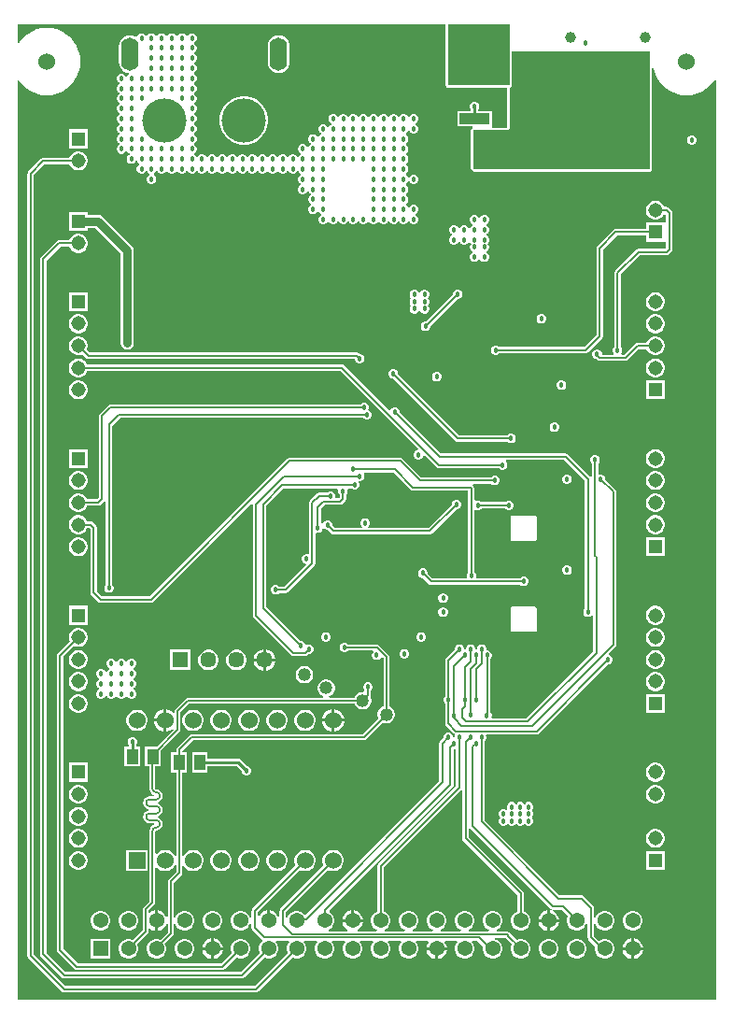
<source format=gbl>
G04*
G04 #@! TF.GenerationSoftware,Altium Limited,Altium Designer,21.0.9 (235)*
G04*
G04 Layer_Physical_Order=4*
G04 Layer_Color=16711680*
%FSLAX44Y44*%
%MOMM*%
G71*
G04*
G04 #@! TF.SameCoordinates,58F94E15-CAE4-4791-8A53-09B8A48F05B3*
G04*
G04*
G04 #@! TF.FilePolarity,Positive*
G04*
G01*
G75*
%ADD12C,0.2540*%
%ADD13C,0.1270*%
%ADD26R,1.0160X1.3970*%
%ADD33R,2.7400X0.9800*%
%ADD72R,6.4000X6.1383*%
%ADD73C,0.1778*%
%ADD74C,0.7620*%
G04:AMPARAMS|DCode=76|XSize=3mm|YSize=1.6mm|CornerRadius=0.8mm|HoleSize=0mm|Usage=FLASHONLY|Rotation=90.000|XOffset=0mm|YOffset=0mm|HoleType=Round|Shape=RoundedRectangle|*
%AMROUNDEDRECTD76*
21,1,3.0000,0.0000,0,0,90.0*
21,1,1.4000,1.6000,0,0,90.0*
1,1,1.6000,0.0000,0.7000*
1,1,1.6000,0.0000,-0.7000*
1,1,1.6000,0.0000,-0.7000*
1,1,1.6000,0.0000,0.7000*
%
%ADD76ROUNDEDRECTD76*%
%ADD77C,4.0000*%
%ADD78C,1.5300*%
%ADD79R,1.5300X1.5300*%
%ADD80C,1.1810*%
%ADD81R,1.4500X1.4500*%
%ADD82C,1.4500*%
%ADD83R,1.3080X1.3080*%
%ADD84C,1.3080*%
%ADD85C,1.0000*%
%ADD86C,1.5240*%
%ADD87C,1.3700*%
%ADD88R,1.3700X1.3700*%
%ADD89C,0.4572*%
%ADD90C,0.5000*%
G36*
X454660Y836930D02*
X398780D01*
X398780Y892008D01*
X454660D01*
X454660Y836930D01*
D02*
G37*
G36*
X396741D02*
X396896Y836150D01*
X397338Y835488D01*
X398000Y835046D01*
X398780Y834891D01*
X452621D01*
X452621Y798405D01*
X452545Y798329D01*
X438729D01*
X438610Y799550D01*
X438610Y799599D01*
Y813350D01*
X426244D01*
Y815153D01*
X426544Y815452D01*
X427196Y817027D01*
Y818733D01*
X426544Y820308D01*
X425338Y821514D01*
X423763Y822166D01*
X422057D01*
X420482Y821514D01*
X419277Y820308D01*
X418624Y818733D01*
Y817027D01*
X419277Y815452D01*
X419576Y815153D01*
Y813350D01*
X407210D01*
Y799550D01*
X421268D01*
X421393Y798280D01*
X420860Y798174D01*
X420198Y797732D01*
X419756Y797070D01*
X419601Y796290D01*
Y762000D01*
X419601Y762000D01*
X419756Y761220D01*
X420198Y760558D01*
X420198Y760558D01*
X421468Y759288D01*
X421468Y759288D01*
X422130Y758846D01*
X422910Y758691D01*
X454660Y758691D01*
X581660Y758691D01*
X582440Y758846D01*
X583102Y759288D01*
X583544Y759950D01*
X583699Y760730D01*
X583699Y852677D01*
X584969Y852827D01*
X585874Y849056D01*
X587714Y844617D01*
X590224Y840519D01*
X593345Y836865D01*
X596999Y833744D01*
X601097Y831234D01*
X605536Y829395D01*
X610209Y828273D01*
X615000Y827896D01*
X619791Y828273D01*
X624463Y829395D01*
X628903Y831234D01*
X633001Y833744D01*
X636655Y836865D01*
X639776Y840519D01*
X640356Y841466D01*
X641578Y841121D01*
Y8422D01*
X8422D01*
Y841121D01*
X9644Y841466D01*
X10224Y840519D01*
X13345Y836865D01*
X16999Y833744D01*
X21097Y831234D01*
X25537Y829395D01*
X30209Y828273D01*
X35000Y827896D01*
X39791Y828273D01*
X44464Y829395D01*
X48903Y831234D01*
X53001Y833744D01*
X56655Y836865D01*
X59776Y840519D01*
X62287Y844617D01*
X64126Y849056D01*
X65247Y853729D01*
X65624Y858520D01*
X65247Y863311D01*
X64126Y867983D01*
X62287Y872423D01*
X59776Y876521D01*
X56655Y880175D01*
X53001Y883296D01*
X48903Y885807D01*
X44464Y887645D01*
X39791Y888767D01*
X35000Y889144D01*
X30209Y888767D01*
X25537Y887645D01*
X21097Y885807D01*
X16999Y883296D01*
X13345Y880175D01*
X10224Y876521D01*
X9644Y875574D01*
X8422Y875919D01*
Y892008D01*
X396741D01*
X396741Y836930D01*
D02*
G37*
G36*
X581660Y867410D02*
X581660Y760730D01*
X454660Y760730D01*
X422910Y760730D01*
X421640Y762000D01*
Y796290D01*
X453390D01*
X454660Y797560D01*
X454660Y834891D01*
D01*
X455440Y835046D01*
X456102Y835488D01*
X456544Y836150D01*
X456699Y836930D01*
X456699Y867410D01*
X581660Y867410D01*
D02*
G37*
%LPC*%
G36*
X167477Y884142D02*
X165771D01*
X164196Y883490D01*
X162990Y882284D01*
X162739Y881677D01*
X161365D01*
X161113Y882284D01*
X159908Y883490D01*
X158333Y884142D01*
X156627D01*
X155052Y883490D01*
X153847Y882284D01*
X153595Y881677D01*
X152221D01*
X151969Y882284D01*
X150764Y883490D01*
X149189Y884142D01*
X147483D01*
X145908Y883490D01*
X144703Y882284D01*
X144451Y881677D01*
X143077D01*
X142825Y882284D01*
X141620Y883490D01*
X140045Y884142D01*
X138339D01*
X136764Y883490D01*
X135559Y882284D01*
X135307Y881677D01*
X133933D01*
X133681Y882284D01*
X132476Y883490D01*
X130901Y884142D01*
X129195D01*
X127620Y883490D01*
X126414Y882284D01*
X126163Y881677D01*
X124789D01*
X124537Y882284D01*
X123332Y883490D01*
X121757Y884142D01*
X120051D01*
X118476Y883490D01*
X117270Y882284D01*
X116879Y881338D01*
X115445Y880837D01*
X115343Y880915D01*
X112910Y881923D01*
X110300Y882266D01*
X107690Y881923D01*
X105257Y880915D01*
X103168Y879312D01*
X101565Y877223D01*
X100557Y874790D01*
X100214Y872180D01*
Y858180D01*
X100557Y855570D01*
X101565Y853137D01*
X103168Y851048D01*
X105257Y849445D01*
X107690Y848437D01*
X109209Y848237D01*
X109381Y846934D01*
X109332Y846914D01*
X108126Y845708D01*
X107875Y845101D01*
X106501D01*
X106250Y845708D01*
X105044Y846914D01*
X103469Y847566D01*
X101763D01*
X100188Y846914D01*
X98982Y845708D01*
X98330Y844133D01*
Y842427D01*
X98982Y840852D01*
X100188Y839647D01*
X100795Y839395D01*
Y838021D01*
X100188Y837769D01*
X98982Y836564D01*
X98330Y834989D01*
Y833283D01*
X98982Y831708D01*
X100188Y830502D01*
X100795Y830251D01*
Y828877D01*
X100188Y828625D01*
X98982Y827420D01*
X98330Y825845D01*
Y824139D01*
X98982Y822564D01*
X100188Y821358D01*
X100795Y821107D01*
Y819733D01*
X100188Y819482D01*
X98982Y818276D01*
X98330Y816701D01*
Y814995D01*
X98982Y813420D01*
X100188Y812215D01*
X100795Y811963D01*
Y810589D01*
X100188Y810338D01*
X98982Y809132D01*
X98330Y807557D01*
Y805851D01*
X98982Y804276D01*
X100188Y803071D01*
X100795Y802819D01*
Y801445D01*
X100188Y801193D01*
X98982Y799988D01*
X98330Y798413D01*
Y796707D01*
X98982Y795132D01*
X100188Y793926D01*
X100795Y793675D01*
Y792301D01*
X100188Y792049D01*
X98982Y790844D01*
X98330Y789269D01*
Y787563D01*
X98982Y785988D01*
X100188Y784782D01*
X100795Y784531D01*
Y783157D01*
X100188Y782906D01*
X98982Y781700D01*
X98330Y780125D01*
Y778419D01*
X98982Y776844D01*
X100188Y775639D01*
X101763Y774986D01*
X103469D01*
X105044Y775639D01*
X106250Y776844D01*
X106501Y777451D01*
X107875D01*
X108126Y776844D01*
X109332Y775639D01*
X109939Y775387D01*
Y774013D01*
X109332Y773762D01*
X108126Y772556D01*
X107474Y770981D01*
Y769275D01*
X108126Y767700D01*
X109332Y766495D01*
X110907Y765842D01*
X112613D01*
X114188Y766495D01*
X115393Y767700D01*
X115645Y768307D01*
X117019D01*
X117270Y767700D01*
X118476Y766495D01*
X119083Y766243D01*
Y764869D01*
X118476Y764617D01*
X117270Y763412D01*
X116618Y761837D01*
Y760131D01*
X117270Y758556D01*
X118476Y757350D01*
X120051Y756698D01*
X121757D01*
X123332Y757350D01*
X124537Y758556D01*
X124789Y759163D01*
X126163D01*
X126414Y758556D01*
X127620Y757350D01*
X128227Y757099D01*
Y755725D01*
X127620Y755473D01*
X126414Y754268D01*
X125762Y752693D01*
Y750987D01*
X126414Y749412D01*
X127620Y748206D01*
X129195Y747554D01*
X130901D01*
X132476Y748206D01*
X133681Y749412D01*
X134334Y750987D01*
Y752693D01*
X133681Y754268D01*
X132476Y755473D01*
X131869Y755725D01*
Y757099D01*
X132476Y757350D01*
X133681Y758556D01*
X133933Y759163D01*
X135307D01*
X135559Y758556D01*
X136764Y757350D01*
X138339Y756698D01*
X140045D01*
X141620Y757350D01*
X142825Y758556D01*
X143077Y759163D01*
X144451D01*
X144703Y758556D01*
X145908Y757350D01*
X147483Y756698D01*
X149189D01*
X150764Y757350D01*
X151969Y758556D01*
X152221Y759163D01*
X153595D01*
X153847Y758556D01*
X155052Y757350D01*
X156627Y756698D01*
X158333D01*
X159908Y757350D01*
X161113Y758556D01*
X161365Y759163D01*
X162739D01*
X162990Y758556D01*
X164196Y757350D01*
X165771Y756698D01*
X167477D01*
X169052Y757350D01*
X170257Y758556D01*
X170509Y759163D01*
X171883D01*
X172134Y758556D01*
X173340Y757350D01*
X174915Y756698D01*
X176621D01*
X178196Y757350D01*
X179401Y758556D01*
X179653Y759163D01*
X181027D01*
X181278Y758556D01*
X182484Y757350D01*
X184059Y756698D01*
X185765D01*
X187340Y757350D01*
X188545Y758556D01*
X188797Y759163D01*
X190171D01*
X190422Y758556D01*
X191628Y757350D01*
X193203Y756698D01*
X194909D01*
X196484Y757350D01*
X197689Y758556D01*
X197941Y759163D01*
X199315D01*
X199566Y758556D01*
X200772Y757350D01*
X202347Y756698D01*
X204053D01*
X205628Y757350D01*
X206833Y758556D01*
X207085Y759163D01*
X208459D01*
X208710Y758556D01*
X209916Y757350D01*
X211491Y756698D01*
X213197D01*
X214772Y757350D01*
X215977Y758556D01*
X216229Y759163D01*
X217603D01*
X217854Y758556D01*
X219060Y757350D01*
X220635Y756698D01*
X222341D01*
X223916Y757350D01*
X225121Y758556D01*
X225373Y759163D01*
X226747D01*
X226999Y758556D01*
X228204Y757350D01*
X229779Y756698D01*
X231485D01*
X233060Y757350D01*
X234265Y758556D01*
X234517Y759163D01*
X235891D01*
X236143Y758556D01*
X237348Y757350D01*
X238923Y756698D01*
X240629D01*
X242204Y757350D01*
X243410Y758556D01*
X243661Y759163D01*
X245035D01*
X245287Y758556D01*
X246492Y757350D01*
X248067Y756698D01*
X249773D01*
X251348Y757350D01*
X252554Y758556D01*
X252805Y759163D01*
X254179D01*
X254431Y758556D01*
X255636Y757350D01*
X257211Y756698D01*
X258917D01*
X260492Y757350D01*
X261698Y758556D01*
X261949Y759163D01*
X263323D01*
X263575Y758556D01*
X264780Y757350D01*
X265387Y757099D01*
Y755725D01*
X264780Y755473D01*
X263575Y754268D01*
X262922Y752693D01*
Y750987D01*
X263575Y749412D01*
X264780Y748206D01*
X265387Y747955D01*
Y746581D01*
X264780Y746329D01*
X263575Y745124D01*
X262922Y743549D01*
Y741843D01*
X263575Y740268D01*
X264780Y739062D01*
X266355Y738410D01*
X268061D01*
X269636Y739062D01*
X270842Y740268D01*
X271093Y740875D01*
X272467D01*
X272719Y740268D01*
X273924Y739062D01*
X274531Y738811D01*
Y737437D01*
X273924Y737186D01*
X272719Y735980D01*
X272066Y734405D01*
Y732699D01*
X272719Y731124D01*
X273924Y729919D01*
X274531Y729667D01*
Y728293D01*
X273924Y728042D01*
X272719Y726836D01*
X272066Y725261D01*
Y723555D01*
X272719Y721980D01*
X273924Y720775D01*
X275499Y720122D01*
X277205D01*
X278780Y720775D01*
X279986Y721980D01*
X280237Y722587D01*
X281611D01*
X281863Y721980D01*
X283068Y720775D01*
X283675Y720523D01*
Y719149D01*
X283068Y718897D01*
X281863Y717692D01*
X281210Y716117D01*
Y714411D01*
X281863Y712836D01*
X283068Y711630D01*
X284643Y710978D01*
X286349D01*
X287924Y711630D01*
X289130Y712836D01*
X289381Y713443D01*
X290755D01*
X291007Y712836D01*
X292212Y711630D01*
X293787Y710978D01*
X295493D01*
X297068Y711630D01*
X298274Y712836D01*
X298525Y713443D01*
X299899D01*
X300151Y712836D01*
X301356Y711630D01*
X302931Y710978D01*
X304637D01*
X306212Y711630D01*
X307418Y712836D01*
X307669Y713443D01*
X309043D01*
X309294Y712836D01*
X310500Y711630D01*
X312075Y710978D01*
X313781D01*
X315356Y711630D01*
X316562Y712836D01*
X316813Y713443D01*
X318187D01*
X318438Y712836D01*
X319644Y711630D01*
X321219Y710978D01*
X322925D01*
X324500Y711630D01*
X325705Y712836D01*
X325957Y713443D01*
X327331D01*
X327583Y712836D01*
X328788Y711630D01*
X330363Y710978D01*
X332069D01*
X333644Y711630D01*
X334850Y712836D01*
X335101Y713443D01*
X336475D01*
X336726Y712836D01*
X337932Y711630D01*
X339507Y710978D01*
X341213D01*
X342788Y711630D01*
X343993Y712836D01*
X344245Y713443D01*
X345619D01*
X345871Y712836D01*
X347076Y711630D01*
X348651Y710978D01*
X350357D01*
X351932Y711630D01*
X353138Y712836D01*
X353389Y713443D01*
X354763D01*
X355014Y712836D01*
X356220Y711630D01*
X357795Y710978D01*
X359501D01*
X361076Y711630D01*
X362281Y712836D01*
X362533Y713443D01*
X363907D01*
X364159Y712836D01*
X365364Y711630D01*
X366939Y710978D01*
X368645D01*
X370220Y711630D01*
X371426Y712836D01*
X372078Y714411D01*
Y716117D01*
X371426Y717692D01*
X370220Y718897D01*
X369613Y719149D01*
Y720523D01*
X370220Y720775D01*
X371426Y721980D01*
X372078Y723555D01*
Y725261D01*
X371426Y726836D01*
X370220Y728042D01*
X368645Y728694D01*
X366939D01*
X365364Y728042D01*
X364159Y726836D01*
X363907Y726229D01*
X362533D01*
X362281Y726836D01*
X361076Y728042D01*
X360469Y728293D01*
Y729667D01*
X361076Y729919D01*
X362281Y731124D01*
X362934Y732699D01*
Y734405D01*
X362281Y735980D01*
X361076Y737186D01*
X360469Y737437D01*
Y738811D01*
X361076Y739062D01*
X362281Y740268D01*
X362934Y741843D01*
Y743549D01*
X362281Y745124D01*
X361076Y746329D01*
X360469Y746581D01*
Y747955D01*
X361076Y748206D01*
X362281Y749412D01*
X362533Y750019D01*
X363907D01*
X364159Y749412D01*
X365364Y748206D01*
X366939Y747554D01*
X368645D01*
X370220Y748206D01*
X371426Y749412D01*
X372078Y750987D01*
Y752693D01*
X371426Y754268D01*
X370220Y755473D01*
X368645Y756126D01*
X366939D01*
X365364Y755473D01*
X364159Y754268D01*
X363907Y753661D01*
X362533D01*
X362281Y754268D01*
X361076Y755473D01*
X360469Y755725D01*
Y757099D01*
X361076Y757350D01*
X362281Y758556D01*
X362934Y760131D01*
Y761837D01*
X362281Y763412D01*
X361076Y764617D01*
X360469Y764869D01*
Y766243D01*
X361076Y766495D01*
X362281Y767700D01*
X362934Y769275D01*
Y770981D01*
X362281Y772556D01*
X361076Y773762D01*
X360469Y774013D01*
Y775387D01*
X361076Y775639D01*
X362281Y776844D01*
X362934Y778419D01*
Y780125D01*
X362281Y781700D01*
X361076Y782906D01*
X360469Y783157D01*
Y784531D01*
X361076Y784782D01*
X362281Y785988D01*
X362934Y787563D01*
Y789269D01*
X362281Y790844D01*
X361076Y792049D01*
X360469Y792301D01*
Y793675D01*
X361076Y793926D01*
X362281Y795132D01*
X362533Y795739D01*
X363907D01*
X364159Y795132D01*
X365364Y793926D01*
X366939Y793274D01*
X368645D01*
X370220Y793926D01*
X371426Y795132D01*
X372078Y796707D01*
Y798413D01*
X371426Y799988D01*
X370220Y801193D01*
X369613Y801445D01*
Y802819D01*
X370220Y803071D01*
X371426Y804276D01*
X372078Y805851D01*
Y807557D01*
X371426Y809132D01*
X370220Y810338D01*
X368645Y810990D01*
X366939D01*
X365364Y810338D01*
X364159Y809132D01*
X363907Y808525D01*
X362533D01*
X362281Y809132D01*
X361076Y810338D01*
X359501Y810990D01*
X357795D01*
X356220Y810338D01*
X355014Y809132D01*
X354763Y808525D01*
X353389D01*
X353138Y809132D01*
X351932Y810338D01*
X350357Y810990D01*
X348651D01*
X347076Y810338D01*
X345871Y809132D01*
X345619Y808525D01*
X344245D01*
X343993Y809132D01*
X342788Y810338D01*
X341213Y810990D01*
X339507D01*
X337932Y810338D01*
X336726Y809132D01*
X336475Y808525D01*
X335101D01*
X334850Y809132D01*
X333644Y810338D01*
X332069Y810990D01*
X330363D01*
X328788Y810338D01*
X327583Y809132D01*
X327331Y808525D01*
X325957D01*
X325705Y809132D01*
X324500Y810338D01*
X322925Y810990D01*
X321219D01*
X319644Y810338D01*
X318438Y809132D01*
X318187Y808525D01*
X316813D01*
X316562Y809132D01*
X315356Y810338D01*
X313781Y810990D01*
X312075D01*
X310500Y810338D01*
X309294Y809132D01*
X309043Y808525D01*
X307669D01*
X307418Y809132D01*
X306212Y810338D01*
X304637Y810990D01*
X302931D01*
X301356Y810338D01*
X300151Y809132D01*
X299899Y808525D01*
X298525D01*
X298274Y809132D01*
X297068Y810338D01*
X295493Y810990D01*
X293787D01*
X292212Y810338D01*
X291007Y809132D01*
X290354Y807557D01*
Y805851D01*
X291007Y804276D01*
X292212Y803071D01*
X292819Y802819D01*
Y801445D01*
X292212Y801193D01*
X291007Y799988D01*
X290755Y799381D01*
X289381D01*
X289130Y799988D01*
X287924Y801193D01*
X286349Y801846D01*
X284643D01*
X283068Y801193D01*
X281863Y799988D01*
X281210Y798413D01*
Y796707D01*
X281863Y795132D01*
X283068Y793926D01*
X283675Y793675D01*
Y792301D01*
X283068Y792049D01*
X281863Y790844D01*
X281611Y790237D01*
X280237D01*
X279986Y790844D01*
X278780Y792049D01*
X277205Y792702D01*
X275499D01*
X273924Y792049D01*
X272719Y790844D01*
X272066Y789269D01*
Y787563D01*
X272719Y785988D01*
X273924Y784782D01*
X274531Y784531D01*
Y783157D01*
X273924Y782906D01*
X272719Y781700D01*
X272467Y781093D01*
X271093D01*
X270842Y781700D01*
X269636Y782906D01*
X268061Y783558D01*
X266355D01*
X264780Y782906D01*
X263575Y781700D01*
X262922Y780125D01*
Y778419D01*
X263575Y776844D01*
X264780Y775639D01*
X265387Y775387D01*
Y774013D01*
X264780Y773762D01*
X263575Y772556D01*
X263323Y771949D01*
X261949D01*
X261698Y772556D01*
X260492Y773762D01*
X258917Y774414D01*
X257211D01*
X255636Y773762D01*
X254431Y772556D01*
X254179Y771949D01*
X252805D01*
X252554Y772556D01*
X251348Y773762D01*
X249773Y774414D01*
X248067D01*
X246492Y773762D01*
X245287Y772556D01*
X245035Y771949D01*
X243661D01*
X243410Y772556D01*
X242204Y773762D01*
X240629Y774414D01*
X238923D01*
X237348Y773762D01*
X236143Y772556D01*
X235891Y771949D01*
X234517D01*
X234265Y772556D01*
X233060Y773762D01*
X231485Y774414D01*
X229779D01*
X228204Y773762D01*
X226999Y772556D01*
X226747Y771949D01*
X225373D01*
X225121Y772556D01*
X223916Y773762D01*
X222341Y774414D01*
X220635D01*
X219060Y773762D01*
X217854Y772556D01*
X217603Y771949D01*
X216229D01*
X215977Y772556D01*
X214772Y773762D01*
X213197Y774414D01*
X211491D01*
X209916Y773762D01*
X208710Y772556D01*
X208459Y771949D01*
X207085D01*
X206833Y772556D01*
X205628Y773762D01*
X204053Y774414D01*
X202347D01*
X200772Y773762D01*
X199566Y772556D01*
X199315Y771949D01*
X197941D01*
X197689Y772556D01*
X196484Y773762D01*
X194909Y774414D01*
X193203D01*
X191628Y773762D01*
X190422Y772556D01*
X190171Y771949D01*
X188797D01*
X188545Y772556D01*
X187340Y773762D01*
X185765Y774414D01*
X184059D01*
X182484Y773762D01*
X181278Y772556D01*
X181027Y771949D01*
X179653D01*
X179401Y772556D01*
X178196Y773762D01*
X176621Y774414D01*
X174915D01*
X173340Y773762D01*
X172134Y772556D01*
X171883Y771949D01*
X170509D01*
X170257Y772556D01*
X169052Y773762D01*
X168445Y774013D01*
Y775387D01*
X169052Y775639D01*
X170257Y776844D01*
X170910Y778419D01*
Y780125D01*
X170257Y781700D01*
X169052Y782906D01*
X168445Y783157D01*
Y784531D01*
X169052Y784782D01*
X170257Y785988D01*
X170910Y787563D01*
Y789269D01*
X170257Y790844D01*
X169052Y792049D01*
X168445Y792301D01*
Y793675D01*
X169052Y793926D01*
X170257Y795132D01*
X170910Y796707D01*
Y798413D01*
X170257Y799988D01*
X169052Y801193D01*
X168445Y801445D01*
Y802819D01*
X169052Y803071D01*
X170257Y804276D01*
X170910Y805851D01*
Y807557D01*
X170257Y809132D01*
X169052Y810338D01*
X168445Y810589D01*
Y811963D01*
X169052Y812215D01*
X170257Y813420D01*
X170910Y814995D01*
Y816701D01*
X170257Y818276D01*
X169052Y819482D01*
X168445Y819733D01*
Y821107D01*
X169052Y821358D01*
X170257Y822564D01*
X170910Y824139D01*
Y825845D01*
X170257Y827420D01*
X169052Y828625D01*
X168445Y828877D01*
Y830251D01*
X169052Y830502D01*
X170257Y831708D01*
X170910Y833283D01*
Y834989D01*
X170257Y836564D01*
X169052Y837769D01*
X168445Y838021D01*
Y839395D01*
X169052Y839647D01*
X170257Y840852D01*
X170910Y842427D01*
Y844133D01*
X170257Y845708D01*
X169052Y846914D01*
X168445Y847165D01*
Y848539D01*
X169052Y848791D01*
X170257Y849996D01*
X170910Y851571D01*
Y853277D01*
X170257Y854852D01*
X169052Y856058D01*
X168445Y856309D01*
Y857683D01*
X169052Y857934D01*
X170257Y859140D01*
X170910Y860715D01*
Y862421D01*
X170257Y863996D01*
X169052Y865201D01*
X168445Y865453D01*
Y866827D01*
X169052Y867078D01*
X170257Y868284D01*
X170910Y869859D01*
Y871565D01*
X170257Y873140D01*
X169052Y874345D01*
X168445Y874597D01*
Y875971D01*
X169052Y876223D01*
X170257Y877428D01*
X170910Y879003D01*
Y880709D01*
X170257Y882284D01*
X169052Y883490D01*
X167477Y884142D01*
D02*
G37*
G36*
X245300Y882266D02*
X242689Y881923D01*
X240257Y880915D01*
X238168Y879312D01*
X236565Y877223D01*
X235557Y874790D01*
X235214Y872180D01*
Y858180D01*
X235557Y855570D01*
X236565Y853137D01*
X238168Y851048D01*
X240257Y849445D01*
X242689Y848437D01*
X245300Y848094D01*
X247910Y848437D01*
X250343Y849445D01*
X252432Y851048D01*
X254035Y853137D01*
X255043Y855570D01*
X255386Y858180D01*
Y872180D01*
X255043Y874790D01*
X254035Y877223D01*
X252432Y879312D01*
X250343Y880915D01*
X247910Y881923D01*
X245300Y882266D01*
D02*
G37*
G36*
X215967Y827180D02*
X211633D01*
X207383Y826335D01*
X203379Y824676D01*
X199776Y822269D01*
X196712Y819204D01*
X194304Y815601D01*
X192645Y811597D01*
X191800Y807347D01*
Y803013D01*
X192645Y798763D01*
X194304Y794759D01*
X196712Y791156D01*
X199776Y788092D01*
X203379Y785684D01*
X207383Y784025D01*
X211633Y783180D01*
X215967D01*
X220217Y784025D01*
X224221Y785684D01*
X227824Y788092D01*
X230889Y791156D01*
X233296Y794759D01*
X234954Y798763D01*
X235800Y803013D01*
Y807347D01*
X234954Y811597D01*
X233296Y815601D01*
X230889Y819204D01*
X227824Y822269D01*
X224221Y824676D01*
X220217Y826335D01*
X215967Y827180D01*
D02*
G37*
G36*
X620613Y791686D02*
X618907D01*
X617332Y791033D01*
X616127Y789828D01*
X615474Y788253D01*
Y786547D01*
X616127Y784972D01*
X617332Y783766D01*
X618907Y783114D01*
X620613D01*
X622188Y783766D01*
X623394Y784972D01*
X624046Y786547D01*
Y788253D01*
X623394Y789828D01*
X622188Y791033D01*
X620613Y791686D01*
D02*
G37*
G36*
X72040Y797050D02*
X54960D01*
Y779970D01*
X72040D01*
Y797050D01*
D02*
G37*
G36*
X64624Y777050D02*
X62376D01*
X60204Y776468D01*
X58256Y775344D01*
X56666Y773754D01*
X55542Y771806D01*
X55448Y771456D01*
X31910D01*
X30783Y771231D01*
X29827Y770593D01*
X18237Y759003D01*
X17599Y758047D01*
X17374Y756920D01*
Y48260D01*
X17599Y47133D01*
X18237Y46177D01*
X48717Y15697D01*
X49673Y15059D01*
X50800Y14834D01*
X224670D01*
X225797Y15059D01*
X226753Y15697D01*
X257662Y46607D01*
X258084Y46363D01*
X260335Y45760D01*
X262665D01*
X264916Y46363D01*
X266934Y47528D01*
X268582Y49176D01*
X269747Y51194D01*
X270350Y53445D01*
Y55775D01*
X269747Y58026D01*
X268582Y60044D01*
X268071Y60554D01*
X268598Y61824D01*
X279803D01*
X280329Y60554D01*
X279818Y60044D01*
X278653Y58026D01*
X278050Y55775D01*
Y53445D01*
X278653Y51194D01*
X279818Y49176D01*
X281466Y47528D01*
X283484Y46363D01*
X285735Y45760D01*
X288065D01*
X290316Y46363D01*
X292334Y47528D01*
X293982Y49176D01*
X295147Y51194D01*
X295750Y53445D01*
Y55775D01*
X295147Y58026D01*
X293982Y60044D01*
X293471Y60554D01*
X293997Y61824D01*
X305203D01*
X305729Y60554D01*
X305218Y60044D01*
X304053Y58026D01*
X303450Y55775D01*
Y53445D01*
X304053Y51194D01*
X305218Y49176D01*
X306866Y47528D01*
X308884Y46363D01*
X311135Y45760D01*
X313465D01*
X315716Y46363D01*
X317734Y47528D01*
X319382Y49176D01*
X320547Y51194D01*
X321150Y53445D01*
Y55775D01*
X320547Y58026D01*
X319382Y60044D01*
X318871Y60554D01*
X319398Y61824D01*
X330603D01*
X331129Y60554D01*
X330618Y60044D01*
X329453Y58026D01*
X328850Y55775D01*
Y53445D01*
X329453Y51194D01*
X330618Y49176D01*
X332266Y47528D01*
X334284Y46363D01*
X336535Y45760D01*
X338865D01*
X341116Y46363D01*
X343134Y47528D01*
X344782Y49176D01*
X345947Y51194D01*
X346550Y53445D01*
Y55775D01*
X345947Y58026D01*
X344782Y60044D01*
X344271Y60554D01*
X344798Y61824D01*
X356003D01*
X356529Y60554D01*
X356018Y60044D01*
X354853Y58026D01*
X354250Y55775D01*
Y53445D01*
X354853Y51194D01*
X356018Y49176D01*
X357666Y47528D01*
X359684Y46363D01*
X361935Y45760D01*
X364265D01*
X366516Y46363D01*
X368534Y47528D01*
X370182Y49176D01*
X371347Y51194D01*
X371950Y53445D01*
Y55775D01*
X371347Y58026D01*
X370182Y60044D01*
X369671Y60554D01*
X370197Y61824D01*
X380776D01*
X381262Y60651D01*
X380986Y60376D01*
X379750Y58234D01*
X379119Y55880D01*
X388500D01*
X397881D01*
X397250Y58234D01*
X396014Y60376D01*
X395738Y60651D01*
X396224Y61824D01*
X406803D01*
X407329Y60554D01*
X406818Y60044D01*
X405653Y58026D01*
X405050Y55775D01*
Y53445D01*
X405653Y51194D01*
X406818Y49176D01*
X408466Y47528D01*
X410484Y46363D01*
X412735Y45760D01*
X415065D01*
X417316Y46363D01*
X419334Y47528D01*
X420982Y49176D01*
X422147Y51194D01*
X422750Y53445D01*
Y55775D01*
X422147Y58026D01*
X420982Y60044D01*
X420471Y60554D01*
X420998Y61824D01*
X425500D01*
X430682Y56642D01*
X430450Y55775D01*
Y53445D01*
X431053Y51194D01*
X432218Y49176D01*
X433866Y47528D01*
X435884Y46363D01*
X438135Y45760D01*
X440465D01*
X442716Y46363D01*
X444734Y47528D01*
X446382Y49176D01*
X447547Y51194D01*
X448150Y53445D01*
Y55775D01*
X447547Y58026D01*
X446382Y60044D01*
X444734Y61692D01*
X442716Y62857D01*
X440882Y63348D01*
X441049Y64618D01*
X450785D01*
X451307Y63837D01*
X456697Y58448D01*
X456453Y58026D01*
X455850Y55775D01*
Y53445D01*
X456453Y51194D01*
X457618Y49176D01*
X459266Y47528D01*
X461284Y46363D01*
X463535Y45760D01*
X465865D01*
X468116Y46363D01*
X470134Y47528D01*
X471782Y49176D01*
X472947Y51194D01*
X473550Y53445D01*
Y55775D01*
X472947Y58026D01*
X471782Y60044D01*
X470134Y61692D01*
X468116Y62857D01*
X465865Y63460D01*
X463535D01*
X461284Y62857D01*
X460862Y62613D01*
X456182Y67294D01*
X456111Y67650D01*
X455473Y68605D01*
X454431Y69647D01*
X453476Y70285D01*
X452348Y70510D01*
X442945D01*
X442716Y71763D01*
X444734Y72928D01*
X446382Y74576D01*
X447547Y76594D01*
X448150Y78845D01*
Y81175D01*
X447547Y83426D01*
X446382Y85444D01*
X444734Y87092D01*
X442716Y88257D01*
X440465Y88860D01*
X438135D01*
X435884Y88257D01*
X433866Y87092D01*
X432218Y85444D01*
X431053Y83426D01*
X430450Y81175D01*
Y78845D01*
X431053Y76594D01*
X432218Y74576D01*
X433866Y72928D01*
X435884Y71763D01*
X435655Y70510D01*
X417545D01*
X417316Y71763D01*
X419334Y72928D01*
X420982Y74576D01*
X422147Y76594D01*
X422750Y78845D01*
Y81175D01*
X422147Y83426D01*
X420982Y85444D01*
X419334Y87092D01*
X417316Y88257D01*
X415065Y88860D01*
X412735D01*
X410484Y88257D01*
X408466Y87092D01*
X406818Y85444D01*
X405653Y83426D01*
X405050Y81175D01*
Y78845D01*
X405653Y76594D01*
X406818Y74576D01*
X408466Y72928D01*
X410484Y71763D01*
X410255Y70510D01*
X392145D01*
X391916Y71763D01*
X393934Y72928D01*
X395582Y74576D01*
X396747Y76594D01*
X397350Y78845D01*
Y81175D01*
X396747Y83426D01*
X395582Y85444D01*
X393934Y87092D01*
X391916Y88257D01*
X389665Y88860D01*
X387335D01*
X385084Y88257D01*
X383066Y87092D01*
X381418Y85444D01*
X380253Y83426D01*
X379650Y81175D01*
Y78845D01*
X380253Y76594D01*
X381418Y74576D01*
X383066Y72928D01*
X385084Y71763D01*
X384855Y70510D01*
X366745D01*
X366516Y71763D01*
X368534Y72928D01*
X370182Y74576D01*
X371347Y76594D01*
X371950Y78845D01*
Y81175D01*
X371347Y83426D01*
X370182Y85444D01*
X368534Y87092D01*
X366516Y88257D01*
X364265Y88860D01*
X361935D01*
X359684Y88257D01*
X357666Y87092D01*
X356018Y85444D01*
X354853Y83426D01*
X354250Y81175D01*
Y78845D01*
X354853Y76594D01*
X356018Y74576D01*
X357666Y72928D01*
X359684Y71763D01*
X359455Y70510D01*
X341345D01*
X341116Y71763D01*
X343134Y72928D01*
X344782Y74576D01*
X345947Y76594D01*
X346550Y78845D01*
Y81175D01*
X345947Y83426D01*
X344782Y85444D01*
X343134Y87092D01*
X341116Y88257D01*
X340646Y88383D01*
Y128200D01*
X410566Y198121D01*
X411836Y197595D01*
Y154432D01*
X412061Y153305D01*
X412699Y152349D01*
X461754Y103294D01*
Y88383D01*
X461284Y88257D01*
X459266Y87092D01*
X457618Y85444D01*
X456453Y83426D01*
X455850Y81175D01*
Y78845D01*
X456453Y76594D01*
X457618Y74576D01*
X459266Y72928D01*
X461284Y71763D01*
X463535Y71160D01*
X465865D01*
X468116Y71763D01*
X470134Y72928D01*
X471782Y74576D01*
X472947Y76594D01*
X473550Y78845D01*
Y81175D01*
X472947Y83426D01*
X471782Y85444D01*
X470134Y87092D01*
X468116Y88257D01*
X467646Y88383D01*
Y104514D01*
X467421Y105641D01*
X466783Y106597D01*
X417728Y155652D01*
Y163597D01*
X418998Y163983D01*
X419303Y163525D01*
X491947Y90881D01*
X492547Y90480D01*
X492903Y90243D01*
X492531Y89080D01*
X491370Y89391D01*
Y81280D01*
X499481D01*
X498850Y83634D01*
X497614Y85776D01*
X495866Y87524D01*
X493756Y88742D01*
X493724Y88760D01*
X494030Y90018D01*
X494099Y90018D01*
X501954D01*
X507727Y84246D01*
X507253Y83426D01*
X506650Y81175D01*
Y78845D01*
X507253Y76594D01*
X508418Y74576D01*
X510066Y72928D01*
X512084Y71763D01*
X514335Y71160D01*
X516665D01*
X518916Y71763D01*
X520934Y72928D01*
X522582Y74576D01*
X523747Y76594D01*
X524104Y77928D01*
X525374Y77761D01*
Y64770D01*
X525599Y63643D01*
X526237Y62687D01*
X532282Y56642D01*
X532050Y55775D01*
Y53445D01*
X532653Y51194D01*
X533818Y49176D01*
X535466Y47528D01*
X537484Y46363D01*
X539735Y45760D01*
X542065D01*
X544316Y46363D01*
X546334Y47528D01*
X547982Y49176D01*
X549147Y51194D01*
X549750Y53445D01*
Y55775D01*
X549147Y58026D01*
X547982Y60044D01*
X546334Y61692D01*
X544316Y62857D01*
X542065Y63460D01*
X539735D01*
X537484Y62857D01*
X535528Y61728D01*
X531266Y65990D01*
Y76865D01*
X532536Y77033D01*
X532653Y76594D01*
X533818Y74576D01*
X535466Y72928D01*
X537484Y71763D01*
X539735Y71160D01*
X542065D01*
X544316Y71763D01*
X546334Y72928D01*
X547982Y74576D01*
X549147Y76594D01*
X549750Y78845D01*
Y81175D01*
X549147Y83426D01*
X547982Y85444D01*
X546334Y87092D01*
X544316Y88257D01*
X542065Y88860D01*
X539735D01*
X537484Y88257D01*
X535466Y87092D01*
X533818Y85444D01*
X532653Y83426D01*
X532536Y82987D01*
X531266Y83155D01*
Y91694D01*
X531041Y92821D01*
X530403Y93777D01*
X530403Y93777D01*
X522021Y102159D01*
X521065Y102797D01*
X519938Y103022D01*
X500076D01*
X432206Y170892D01*
Y243104D01*
X432733Y243632D01*
X433386Y245207D01*
Y246912D01*
X433143Y247498D01*
X433992Y248768D01*
X479044D01*
X480171Y248993D01*
X481127Y249631D01*
X543440Y311944D01*
X544413D01*
X545988Y312596D01*
X547193Y313802D01*
X547846Y315377D01*
Y317083D01*
X547193Y318658D01*
X545988Y319863D01*
X544770Y320368D01*
X544295Y321689D01*
X550723Y328117D01*
X551361Y329073D01*
X551586Y330200D01*
Y468630D01*
X551361Y469757D01*
X550723Y470713D01*
X541496Y479940D01*
Y480913D01*
X540844Y482488D01*
X539638Y483694D01*
X538063Y484346D01*
X536357D01*
X536132Y484252D01*
X535076Y484958D01*
Y494724D01*
X535764Y495412D01*
X536416Y496987D01*
Y498693D01*
X535764Y500268D01*
X534558Y501474D01*
X532983Y502126D01*
X531277D01*
X529702Y501474D01*
X528497Y500268D01*
X527844Y498693D01*
Y496987D01*
X528497Y495412D01*
X529184Y494724D01*
Y482451D01*
X527914Y482066D01*
X527863Y482143D01*
X507543Y502463D01*
X506587Y503101D01*
X505460Y503326D01*
X392380D01*
X354806Y540900D01*
Y541873D01*
X354154Y543448D01*
X352948Y544654D01*
X351373Y545306D01*
X349667D01*
X348092Y544654D01*
X346886Y543448D01*
X346681Y542952D01*
X345183Y542654D01*
X304799Y583038D01*
X303843Y583676D01*
X302716Y583900D01*
X71552D01*
X71458Y584251D01*
X70334Y586199D01*
X68744Y587789D01*
X66796Y588913D01*
X64624Y589495D01*
X62376D01*
X60204Y588913D01*
X58256Y587789D01*
X56666Y586199D01*
X55542Y584251D01*
X54960Y582079D01*
Y579831D01*
X55542Y577659D01*
X56666Y575711D01*
X58256Y574121D01*
X60204Y572997D01*
X62376Y572415D01*
X64624D01*
X66796Y572997D01*
X68744Y574121D01*
X70334Y575711D01*
X71458Y577659D01*
X71552Y578009D01*
X301496D01*
X371789Y507716D01*
X371263Y506446D01*
X371257D01*
X369682Y505793D01*
X368476Y504588D01*
X367824Y503013D01*
Y501307D01*
X368476Y499732D01*
X369682Y498526D01*
X371257Y497874D01*
X372963D01*
X374538Y498526D01*
X375743Y499732D01*
X376396Y501307D01*
Y501313D01*
X377666Y501839D01*
X388828Y490677D01*
X389784Y490039D01*
X390911Y489814D01*
X445194D01*
X445882Y489127D01*
X447457Y488474D01*
X449163D01*
X450738Y489127D01*
X451944Y490332D01*
X452596Y491907D01*
Y493613D01*
X451944Y495188D01*
X450967Y496164D01*
X451242Y497242D01*
X451356Y497434D01*
X504240D01*
X522834Y478840D01*
Y362526D01*
X522146Y361838D01*
X521494Y360263D01*
Y358557D01*
X522146Y356982D01*
X523352Y355776D01*
X524927Y355124D01*
X526633D01*
X528208Y355776D01*
X529184Y356753D01*
X530262Y356478D01*
X530454Y356364D01*
Y323800D01*
X469950Y263296D01*
X438941D01*
X438093Y264566D01*
X438386Y265273D01*
Y266978D01*
X437733Y268554D01*
X437086Y269202D01*
Y317204D01*
X437813Y317932D01*
X438466Y319508D01*
Y321213D01*
X437813Y322788D01*
X436608Y323993D01*
X435033Y324646D01*
X434571D01*
X433466Y325298D01*
Y327002D01*
X432813Y328578D01*
X431608Y329784D01*
X430033Y330436D01*
X428327D01*
X426752Y329784D01*
X425546Y328578D01*
X424894Y327002D01*
Y326463D01*
X424180Y326051D01*
X423466Y326463D01*
Y327002D01*
X422813Y328578D01*
X421608Y329784D01*
X420033Y330436D01*
X418327D01*
X416752Y329784D01*
X415546Y328578D01*
X414894Y327002D01*
Y326463D01*
X414180Y326051D01*
X413466Y326463D01*
Y327002D01*
X412813Y328578D01*
X411608Y329784D01*
X410033Y330436D01*
X408327D01*
X406752Y329784D01*
X405546Y328578D01*
X404894Y327002D01*
Y326030D01*
X397017Y318153D01*
X396379Y317197D01*
X396154Y316070D01*
Y283090D01*
X395466Y282402D01*
X394814Y280827D01*
Y279121D01*
X395466Y277546D01*
X396154Y276858D01*
Y258760D01*
X396379Y257633D01*
X397017Y256677D01*
X404063Y249631D01*
X404538Y249314D01*
X405028Y248878D01*
X405130Y247676D01*
X404814Y246912D01*
Y246373D01*
X404100Y245961D01*
X403386Y246373D01*
Y246912D01*
X402733Y248488D01*
X401528Y249694D01*
X399953Y250346D01*
X398247D01*
X396672Y249694D01*
X395466Y248488D01*
X394814Y246912D01*
Y245940D01*
X391617Y242743D01*
X390979Y241787D01*
X390754Y240660D01*
Y206452D01*
X269611Y85309D01*
X268582Y85444D01*
X266934Y87092D01*
X264916Y88257D01*
X262665Y88860D01*
X260335D01*
X258084Y88257D01*
X256066Y87092D01*
X254418Y85444D01*
X253253Y83426D01*
X253136Y82987D01*
X251866Y83155D01*
Y87615D01*
X290217Y125966D01*
X290915Y125563D01*
X293370Y124905D01*
X295910D01*
X298365Y125563D01*
X300565Y126833D01*
X302362Y128630D01*
X303632Y130830D01*
X304290Y133285D01*
Y135826D01*
X303632Y138280D01*
X302362Y140480D01*
X300565Y142277D01*
X298365Y143547D01*
X295910Y144205D01*
X293370D01*
X290915Y143547D01*
X288715Y142277D01*
X286918Y140480D01*
X285648Y138280D01*
X284990Y135826D01*
Y133285D01*
X285648Y130830D01*
X286051Y130132D01*
X246837Y90918D01*
X246199Y89962D01*
X245974Y88835D01*
Y84097D01*
X245924Y84076D01*
X244704Y83887D01*
X243614Y85776D01*
X241866Y87524D01*
X239724Y88760D01*
X237370Y89391D01*
Y80010D01*
X234830D01*
Y89391D01*
X232476Y88760D01*
X230334Y87524D01*
X228586Y85776D01*
X227736Y84302D01*
X226466Y84643D01*
Y87680D01*
X264776Y125990D01*
X265515Y125563D01*
X267969Y124905D01*
X270511D01*
X272965Y125563D01*
X275165Y126833D01*
X276962Y128630D01*
X278232Y130830D01*
X278890Y133285D01*
Y135826D01*
X278232Y138280D01*
X276962Y140480D01*
X275165Y142277D01*
X272965Y143547D01*
X270511Y144205D01*
X267969D01*
X265515Y143547D01*
X263315Y142277D01*
X261518Y140480D01*
X260248Y138280D01*
X259590Y135826D01*
Y133285D01*
X260248Y130830D01*
X260627Y130173D01*
X221437Y90983D01*
X220799Y90027D01*
X220574Y88900D01*
Y82259D01*
X219304Y82092D01*
X218947Y83426D01*
X217782Y85444D01*
X216134Y87092D01*
X214116Y88257D01*
X211865Y88860D01*
X209535D01*
X207284Y88257D01*
X205266Y87092D01*
X203618Y85444D01*
X202453Y83426D01*
X201850Y81175D01*
Y78845D01*
X202453Y76594D01*
X203618Y74576D01*
X205266Y72928D01*
X207284Y71763D01*
X209535Y71160D01*
X211865D01*
X214116Y71763D01*
X216134Y72928D01*
X217782Y74576D01*
X218947Y76594D01*
X219304Y77928D01*
X220574Y77761D01*
Y73660D01*
X220799Y72533D01*
X221437Y71577D01*
X230152Y62862D01*
X230312Y62498D01*
X230211Y61237D01*
X229018Y60044D01*
X227853Y58026D01*
X227250Y55775D01*
Y53445D01*
X227853Y51194D01*
X228097Y50772D01*
X210750Y33426D01*
X52020D01*
X34696Y50750D01*
Y678230D01*
X47260Y690794D01*
X55448D01*
X55542Y690444D01*
X56666Y688496D01*
X58256Y686906D01*
X60204Y685782D01*
X62376Y685200D01*
X64624D01*
X66796Y685782D01*
X68744Y686906D01*
X70334Y688496D01*
X71458Y690444D01*
X72040Y692616D01*
Y694864D01*
X71458Y697036D01*
X70334Y698984D01*
X68744Y700574D01*
X66796Y701698D01*
X64624Y702280D01*
X62376D01*
X60204Y701698D01*
X58256Y700574D01*
X56666Y698984D01*
X55542Y697036D01*
X55448Y696686D01*
X46040D01*
X46040Y696686D01*
X44913Y696461D01*
X43957Y695823D01*
X29667Y681533D01*
X29029Y680577D01*
X28804Y679450D01*
Y49530D01*
X29029Y48403D01*
X29667Y47447D01*
X48717Y28397D01*
X49673Y27759D01*
X50800Y27534D01*
X211970D01*
X213097Y27759D01*
X214053Y28397D01*
X232262Y46607D01*
X232684Y46363D01*
X234935Y45760D01*
X237265D01*
X239516Y46363D01*
X241534Y47528D01*
X243182Y49176D01*
X244347Y51194D01*
X244950Y53445D01*
Y55775D01*
X244347Y58026D01*
X243182Y60044D01*
X242671Y60554D01*
X243197Y61824D01*
X254403D01*
X254929Y60554D01*
X254418Y60044D01*
X253253Y58026D01*
X252650Y55775D01*
Y53445D01*
X253253Y51194D01*
X253497Y50772D01*
X223450Y20726D01*
X52020D01*
X23266Y49480D01*
Y755700D01*
X33130Y765564D01*
X55448D01*
X55542Y765214D01*
X56666Y763266D01*
X58256Y761676D01*
X60204Y760552D01*
X62376Y759970D01*
X64624D01*
X66796Y760552D01*
X68744Y761676D01*
X70334Y763266D01*
X71458Y765214D01*
X72040Y767386D01*
Y769634D01*
X71458Y771806D01*
X70334Y773754D01*
X68744Y775344D01*
X66796Y776468D01*
X64624Y777050D01*
D02*
G37*
G36*
X432653Y719550D02*
X430947D01*
X429372Y718897D01*
X428167Y717692D01*
X427915Y717085D01*
X426541D01*
X426289Y717692D01*
X425084Y718897D01*
X423509Y719550D01*
X421803D01*
X420228Y718897D01*
X419022Y717692D01*
X418370Y716117D01*
Y714411D01*
X419022Y712836D01*
X420228Y711630D01*
X420835Y711379D01*
Y710005D01*
X420228Y709753D01*
X419022Y708548D01*
X418771Y707941D01*
X417397D01*
X417146Y708548D01*
X415940Y709753D01*
X414365Y710406D01*
X412659D01*
X411084Y709753D01*
X409879Y708548D01*
X409627Y707941D01*
X408253D01*
X408002Y708548D01*
X406796Y709753D01*
X405221Y710406D01*
X403515D01*
X401940Y709753D01*
X400734Y708548D01*
X400082Y706973D01*
Y705267D01*
X400734Y703692D01*
X401940Y702486D01*
X402547Y702235D01*
Y700861D01*
X401940Y700610D01*
X400734Y699404D01*
X400082Y697829D01*
Y696123D01*
X400734Y694548D01*
X401940Y693343D01*
X403515Y692690D01*
X405221D01*
X406796Y693343D01*
X408002Y694548D01*
X408253Y695155D01*
X409627D01*
X409879Y694548D01*
X411084Y693343D01*
X412659Y692690D01*
X414365D01*
X415940Y693343D01*
X417146Y694548D01*
X417397Y695155D01*
X418771D01*
X419022Y694548D01*
X419897Y693674D01*
X419022Y692800D01*
X418370Y691225D01*
Y689519D01*
X419022Y687944D01*
X420228Y686739D01*
X420835Y686487D01*
Y685113D01*
X420228Y684862D01*
X419022Y683656D01*
X418370Y682081D01*
Y680375D01*
X419022Y678800D01*
X420228Y677595D01*
X421803Y676942D01*
X423509D01*
X425084Y677595D01*
X426289Y678800D01*
X426541Y679407D01*
X427915D01*
X428167Y678800D01*
X429372Y677595D01*
X430947Y676942D01*
X432653D01*
X434228Y677595D01*
X435434Y678800D01*
X436086Y680375D01*
Y682081D01*
X435434Y683656D01*
X434228Y684862D01*
X433621Y685113D01*
Y686487D01*
X434228Y686739D01*
X435434Y687944D01*
X436086Y689519D01*
Y691225D01*
X435434Y692800D01*
X434559Y693674D01*
X435434Y694548D01*
X436086Y696123D01*
Y697829D01*
X435434Y699404D01*
X434228Y700610D01*
X433621Y700861D01*
Y702235D01*
X434228Y702486D01*
X435434Y703692D01*
X436086Y705267D01*
Y706973D01*
X435434Y708548D01*
X434228Y709753D01*
X433621Y710005D01*
Y711379D01*
X434228Y711630D01*
X435434Y712836D01*
X436086Y714411D01*
Y716117D01*
X435434Y717692D01*
X434228Y718897D01*
X432653Y719550D01*
D02*
G37*
G36*
X378297Y651986D02*
X376591D01*
X375016Y651333D01*
X373811Y650128D01*
X373559Y649521D01*
X372185D01*
X371934Y650128D01*
X370728Y651333D01*
X369153Y651986D01*
X367447D01*
X365872Y651333D01*
X364666Y650128D01*
X364014Y648553D01*
Y646847D01*
X364666Y645272D01*
X365541Y644398D01*
X364666Y643524D01*
X364014Y641949D01*
Y640243D01*
X364666Y638668D01*
X365541Y637794D01*
X364666Y636920D01*
X364014Y635345D01*
Y633639D01*
X364666Y632064D01*
X365872Y630858D01*
X367447Y630206D01*
X369153D01*
X370728Y630858D01*
X371934Y632064D01*
X372185Y632671D01*
X373559D01*
X373811Y632064D01*
X375016Y630858D01*
X376591Y630206D01*
X378297D01*
X379872Y630858D01*
X381077Y632064D01*
X381730Y633639D01*
Y635345D01*
X381077Y636920D01*
X380203Y637794D01*
X381077Y638668D01*
X381730Y640243D01*
Y641949D01*
X381077Y643524D01*
X380203Y644398D01*
X381077Y645272D01*
X381730Y646847D01*
Y648553D01*
X381077Y650128D01*
X379872Y651333D01*
X378297Y651986D01*
D02*
G37*
G36*
X587864Y649495D02*
X585616D01*
X583444Y648913D01*
X581496Y647788D01*
X579906Y646199D01*
X578782Y644251D01*
X578200Y642079D01*
Y639831D01*
X578782Y637659D01*
X579906Y635711D01*
X581496Y634121D01*
X583444Y632997D01*
X585616Y632415D01*
X587864D01*
X590036Y632997D01*
X591984Y634121D01*
X593574Y635711D01*
X594698Y637659D01*
X595280Y639831D01*
Y642079D01*
X594698Y644251D01*
X593574Y646199D01*
X591984Y647788D01*
X590036Y648913D01*
X587864Y649495D01*
D02*
G37*
G36*
X72040D02*
X54960D01*
Y632415D01*
X72040D01*
Y649495D01*
D02*
G37*
G36*
X484215Y629634D02*
X482509D01*
X480934Y628982D01*
X479729Y627776D01*
X479076Y626201D01*
Y624495D01*
X479729Y622920D01*
X480934Y621715D01*
X482509Y621062D01*
X484215D01*
X485790Y621715D01*
X486996Y622920D01*
X487648Y624495D01*
Y626201D01*
X486996Y627776D01*
X485790Y628982D01*
X484215Y629634D01*
D02*
G37*
G36*
X408523Y651986D02*
X406817D01*
X405242Y651333D01*
X404036Y650128D01*
X403384Y648553D01*
Y647580D01*
X378580Y622776D01*
X377607D01*
X376032Y622123D01*
X374827Y620918D01*
X374174Y619343D01*
Y617637D01*
X374827Y616062D01*
X376032Y614856D01*
X377607Y614204D01*
X379313D01*
X380888Y614856D01*
X382094Y616062D01*
X382746Y617637D01*
Y618610D01*
X407550Y643414D01*
X408523D01*
X410098Y644066D01*
X411303Y645272D01*
X411956Y646847D01*
Y648553D01*
X411303Y650128D01*
X410098Y651333D01*
X408523Y651986D01*
D02*
G37*
G36*
X587864Y629495D02*
X585616D01*
X583444Y628913D01*
X581496Y627789D01*
X579906Y626199D01*
X578782Y624251D01*
X578200Y622079D01*
Y619831D01*
X578782Y617659D01*
X579906Y615711D01*
X581496Y614121D01*
X583444Y612997D01*
X585616Y612415D01*
X587864D01*
X590036Y612997D01*
X591984Y614121D01*
X593574Y615711D01*
X594698Y617659D01*
X595280Y619831D01*
Y622079D01*
X594698Y624251D01*
X593574Y626199D01*
X591984Y627789D01*
X590036Y628913D01*
X587864Y629495D01*
D02*
G37*
G36*
X64624D02*
X62376D01*
X60204Y628913D01*
X58256Y627789D01*
X56666Y626199D01*
X55542Y624251D01*
X54960Y622079D01*
Y619831D01*
X55542Y617659D01*
X56666Y615711D01*
X58256Y614121D01*
X60204Y612997D01*
X62376Y612415D01*
X64624D01*
X66796Y612997D01*
X68744Y614121D01*
X70334Y615711D01*
X71458Y617659D01*
X72040Y619831D01*
Y622079D01*
X71458Y624251D01*
X70334Y626199D01*
X68744Y627789D01*
X66796Y628913D01*
X64624Y629495D01*
D02*
G37*
G36*
X72040Y722280D02*
X54960D01*
Y705200D01*
X72040D01*
Y707816D01*
X78826D01*
X79628Y707014D01*
X102026Y684616D01*
Y603143D01*
X102477Y600876D01*
X103761Y598954D01*
X105683Y597670D01*
X107950Y597219D01*
X110217Y597670D01*
X112139Y598954D01*
X113423Y600876D01*
X113874Y603143D01*
Y687070D01*
X113423Y689337D01*
X112139Y691259D01*
X88006Y715392D01*
X85469Y717929D01*
X83547Y719213D01*
X81280Y719664D01*
X72040D01*
Y722280D01*
D02*
G37*
G36*
X587864Y732440D02*
X585616D01*
X583444Y731858D01*
X581496Y730734D01*
X579906Y729144D01*
X578782Y727196D01*
X578200Y725024D01*
Y722776D01*
X578782Y720604D01*
X579906Y718656D01*
X581496Y717066D01*
X583444Y715942D01*
X585616Y715360D01*
X587864D01*
X590036Y715942D01*
X591984Y717066D01*
X593574Y718656D01*
X594381Y720054D01*
X595772Y720262D01*
X596494Y719546D01*
Y712574D01*
X595280Y712440D01*
X595224Y712440D01*
X578200D01*
Y706846D01*
X550738D01*
X549611Y706621D01*
X548655Y705983D01*
X534111Y691439D01*
X533473Y690483D01*
X533248Y689356D01*
Y610820D01*
X522274Y599846D01*
X445076D01*
X444388Y600533D01*
X442813Y601186D01*
X441107D01*
X439532Y600533D01*
X438326Y599328D01*
X437674Y597753D01*
Y596047D01*
X438326Y594472D01*
X439532Y593266D01*
X441107Y592614D01*
X442813D01*
X444388Y593266D01*
X445076Y593954D01*
X523494D01*
X524621Y594179D01*
X525577Y594817D01*
X538277Y607517D01*
X538915Y608473D01*
X539140Y609600D01*
Y688136D01*
X551958Y700954D01*
X578200D01*
Y695360D01*
X595224D01*
X595280Y695360D01*
X596494Y695226D01*
Y689560D01*
X595680Y688746D01*
X571500D01*
X570373Y688521D01*
X569417Y687883D01*
X550367Y668833D01*
X549729Y667877D01*
X549504Y666750D01*
Y600016D01*
X548816Y599328D01*
X548164Y597753D01*
Y596047D01*
X548816Y594472D01*
X549057Y594232D01*
X548531Y592962D01*
X538275D01*
Y593943D01*
X537622Y595518D01*
X536417Y596724D01*
X534841Y597376D01*
X533136D01*
X531561Y596724D01*
X530355Y595518D01*
X529703Y593943D01*
Y592237D01*
X530355Y590662D01*
X531561Y589456D01*
X533136Y588804D01*
X533520D01*
X534391Y587934D01*
X535346Y587295D01*
X536474Y587071D01*
X559536D01*
X560664Y587295D01*
X561619Y587934D01*
X571695Y598009D01*
X578688D01*
X578782Y597659D01*
X579906Y595711D01*
X581496Y594121D01*
X583444Y592997D01*
X585616Y592415D01*
X587864D01*
X590036Y592997D01*
X591984Y594121D01*
X593574Y595711D01*
X594698Y597659D01*
X595280Y599831D01*
Y602079D01*
X594698Y604251D01*
X593574Y606199D01*
X591984Y607789D01*
X590036Y608913D01*
X587864Y609495D01*
X585616D01*
X583444Y608913D01*
X581496Y607789D01*
X579906Y606199D01*
X578782Y604251D01*
X578688Y603900D01*
X570475D01*
X569348Y603676D01*
X568392Y603038D01*
X568392Y603038D01*
X558316Y592962D01*
X556369D01*
X555843Y594232D01*
X556083Y594472D01*
X556736Y596047D01*
Y597753D01*
X556083Y599328D01*
X555396Y600016D01*
Y665530D01*
X572720Y682854D01*
X596900D01*
X598027Y683079D01*
X598983Y683717D01*
X601523Y686257D01*
X602161Y687213D01*
X602386Y688340D01*
Y721360D01*
X602161Y722487D01*
X601523Y723443D01*
X598983Y725983D01*
X598027Y726621D01*
X596900Y726846D01*
X594792D01*
X594698Y727196D01*
X593574Y729144D01*
X591984Y730734D01*
X590036Y731858D01*
X587864Y732440D01*
D02*
G37*
G36*
X64624Y609495D02*
X62376D01*
X60204Y608913D01*
X58256Y607789D01*
X56666Y606199D01*
X55542Y604251D01*
X54960Y602079D01*
Y599831D01*
X55542Y597659D01*
X56666Y595711D01*
X58256Y594121D01*
X60204Y592997D01*
X62376Y592415D01*
X64624D01*
X66796Y592997D01*
X67111Y593178D01*
X70552Y589737D01*
X71508Y589099D01*
X72635Y588874D01*
X72635Y588874D01*
X314534D01*
Y588377D01*
X315187Y586802D01*
X316393Y585596D01*
X317968Y584944D01*
X319673D01*
X321248Y585596D01*
X322454Y586802D01*
X323106Y588377D01*
Y590082D01*
X322454Y591657D01*
X321248Y592863D01*
X319673Y593516D01*
X318700D01*
X318313Y593903D01*
X317357Y594541D01*
X316230Y594766D01*
X73855D01*
X71276Y597344D01*
X71458Y597659D01*
X72040Y599831D01*
Y602079D01*
X71458Y604251D01*
X70334Y606199D01*
X68744Y607789D01*
X66796Y608913D01*
X64624Y609495D01*
D02*
G37*
G36*
X587864Y589495D02*
X585616D01*
X583444Y588913D01*
X581496Y587789D01*
X579906Y586199D01*
X578782Y584251D01*
X578200Y582079D01*
Y579831D01*
X578782Y577659D01*
X579906Y575711D01*
X581496Y574121D01*
X583444Y572997D01*
X585616Y572415D01*
X587864D01*
X590036Y572997D01*
X591984Y574121D01*
X593574Y575711D01*
X594698Y577659D01*
X595280Y579831D01*
Y582079D01*
X594698Y584251D01*
X593574Y586199D01*
X591984Y587789D01*
X590036Y588913D01*
X587864Y589495D01*
D02*
G37*
G36*
X389473Y577056D02*
X387767D01*
X386192Y576404D01*
X384986Y575198D01*
X384334Y573623D01*
Y571917D01*
X384986Y570342D01*
X386192Y569137D01*
X387767Y568484D01*
X389473D01*
X391048Y569137D01*
X392253Y570342D01*
X392906Y571917D01*
Y573623D01*
X392253Y575198D01*
X391048Y576404D01*
X389473Y577056D01*
D02*
G37*
G36*
X502503Y569436D02*
X500797D01*
X499222Y568783D01*
X498017Y567578D01*
X497364Y566003D01*
Y564297D01*
X498017Y562722D01*
X499222Y561516D01*
X500797Y560864D01*
X502503D01*
X504078Y561516D01*
X505284Y562722D01*
X505936Y564297D01*
Y566003D01*
X505284Y567578D01*
X504078Y568783D01*
X502503Y569436D01*
D02*
G37*
G36*
X595280Y569495D02*
X578200D01*
Y552415D01*
X595280D01*
Y569495D01*
D02*
G37*
G36*
X64624D02*
X62376D01*
X60204Y568913D01*
X58256Y567789D01*
X56666Y566199D01*
X55542Y564251D01*
X54960Y562079D01*
Y559831D01*
X55542Y557659D01*
X56666Y555711D01*
X58256Y554121D01*
X60204Y552997D01*
X62376Y552415D01*
X64624D01*
X66796Y552997D01*
X68744Y554121D01*
X70334Y555711D01*
X71458Y557659D01*
X72040Y559831D01*
Y562079D01*
X71458Y564251D01*
X70334Y566199D01*
X68744Y567789D01*
X66796Y568913D01*
X64624Y569495D01*
D02*
G37*
G36*
X323433Y549116D02*
X321727D01*
X320152Y548464D01*
X319464Y547776D01*
X92710D01*
X91583Y547551D01*
X90627Y546913D01*
X83007Y539293D01*
X82369Y538337D01*
X82144Y537210D01*
Y463500D01*
X80412Y461767D01*
X71552D01*
X71458Y462118D01*
X70334Y464065D01*
X68744Y465655D01*
X66796Y466780D01*
X64624Y467362D01*
X62376D01*
X60204Y466780D01*
X58256Y465655D01*
X56666Y464065D01*
X55542Y462118D01*
X54960Y459946D01*
Y457697D01*
X55542Y455525D01*
X56666Y453578D01*
X58256Y451988D01*
X60204Y450864D01*
X62376Y450282D01*
X64624D01*
X66796Y450864D01*
X68744Y451988D01*
X70334Y453578D01*
X71458Y455525D01*
X71552Y455876D01*
X81632D01*
X82759Y456100D01*
X83715Y456739D01*
X87173Y460197D01*
X87224Y460274D01*
X88494Y459889D01*
Y384506D01*
X87807Y383818D01*
X87154Y382243D01*
Y380538D01*
X87807Y378963D01*
X89012Y377757D01*
X90587Y377105D01*
X92293D01*
X93868Y377757D01*
X95073Y378963D01*
X95726Y380538D01*
Y382243D01*
X95073Y383818D01*
X94386Y384506D01*
Y528370D01*
X101550Y535534D01*
X322004D01*
X322692Y534846D01*
X324267Y534194D01*
X325973D01*
X327548Y534846D01*
X328754Y536052D01*
X329406Y537627D01*
Y539333D01*
X328754Y540908D01*
X327548Y542113D01*
X326307Y542627D01*
X326866Y543977D01*
Y545683D01*
X326213Y547258D01*
X325008Y548464D01*
X323433Y549116D01*
D02*
G37*
G36*
X496153Y531336D02*
X494447D01*
X492872Y530684D01*
X491666Y529478D01*
X491014Y527903D01*
Y526197D01*
X491666Y524622D01*
X492872Y523416D01*
X494447Y522764D01*
X496153D01*
X497728Y523416D01*
X498933Y524622D01*
X499586Y526197D01*
Y527903D01*
X498933Y529478D01*
X497728Y530684D01*
X496153Y531336D01*
D02*
G37*
G36*
X350103Y579596D02*
X348397D01*
X346822Y578943D01*
X345616Y577738D01*
X344964Y576163D01*
Y574457D01*
X345616Y572882D01*
X346822Y571676D01*
X348397Y571024D01*
X349370D01*
X405587Y514807D01*
X406543Y514169D01*
X407670Y513944D01*
X452814D01*
X453502Y513256D01*
X455077Y512604D01*
X456783D01*
X458358Y513256D01*
X459563Y514462D01*
X460216Y516037D01*
Y517743D01*
X459563Y519318D01*
X458358Y520523D01*
X456783Y521176D01*
X455077D01*
X453502Y520523D01*
X452814Y519836D01*
X408890D01*
X353536Y575190D01*
Y576163D01*
X352883Y577738D01*
X351678Y578943D01*
X350103Y579596D01*
D02*
G37*
G36*
X72040Y507362D02*
X54960D01*
Y490282D01*
X72040D01*
Y507362D01*
D02*
G37*
G36*
X587864Y507361D02*
X585616D01*
X583444Y506780D01*
X581496Y505655D01*
X579906Y504065D01*
X578782Y502118D01*
X578200Y499946D01*
Y497697D01*
X578782Y495525D01*
X579906Y493578D01*
X581496Y491988D01*
X583444Y490863D01*
X585616Y490281D01*
X587864D01*
X590036Y490863D01*
X591984Y491988D01*
X593574Y493578D01*
X594698Y495525D01*
X595280Y497697D01*
Y499946D01*
X594698Y502118D01*
X593574Y504065D01*
X591984Y505655D01*
X590036Y506780D01*
X587864Y507361D01*
D02*
G37*
G36*
X507583Y484346D02*
X505877D01*
X504302Y483694D01*
X503097Y482488D01*
X502444Y480913D01*
Y479207D01*
X503097Y477632D01*
X504302Y476427D01*
X505877Y475774D01*
X507583D01*
X509158Y476427D01*
X510364Y477632D01*
X511016Y479207D01*
Y480913D01*
X510364Y482488D01*
X509158Y483694D01*
X507583Y484346D01*
D02*
G37*
G36*
X355640Y499516D02*
X255270D01*
X254143Y499291D01*
X253187Y498653D01*
X128320Y373786D01*
X85040D01*
X80416Y378410D01*
Y436327D01*
X80191Y437454D01*
X79553Y438410D01*
X77058Y440905D01*
X76102Y441543D01*
X74975Y441767D01*
X71552D01*
X71458Y442118D01*
X70334Y444065D01*
X68744Y445655D01*
X66796Y446780D01*
X64624Y447362D01*
X62376D01*
X60204Y446780D01*
X58256Y445655D01*
X56666Y444065D01*
X55542Y442118D01*
X54960Y439946D01*
Y437697D01*
X55542Y435525D01*
X56666Y433578D01*
X58256Y431988D01*
X60204Y430864D01*
X62376Y430282D01*
X64624D01*
X66796Y430864D01*
X68744Y431988D01*
X70334Y433578D01*
X71458Y435525D01*
X71552Y435876D01*
X73755D01*
X74524Y435107D01*
Y377190D01*
X74749Y376063D01*
X75387Y375107D01*
X81737Y368757D01*
X81737Y368757D01*
X82693Y368119D01*
X83820Y367894D01*
X129540D01*
X130667Y368119D01*
X131623Y368757D01*
X220670Y457804D01*
X221807Y457219D01*
X221844Y457183D01*
Y356642D01*
X222069Y355514D01*
X222707Y354559D01*
X255727Y321539D01*
X255727Y321539D01*
X256769Y320497D01*
X257724Y319859D01*
X258852Y319634D01*
X269240D01*
X270367Y319859D01*
X271323Y320497D01*
X272692Y321866D01*
X273294D01*
X274870Y322519D01*
X276075Y323724D01*
X276728Y325300D01*
Y327005D01*
X276075Y328580D01*
X274870Y329786D01*
X273294Y330438D01*
X271589D01*
X270669Y330057D01*
X269853Y329951D01*
X269136Y330692D01*
X268811Y331476D01*
X267606Y332682D01*
X266031Y333334D01*
X265058D01*
X234086Y364306D01*
Y455980D01*
X249873Y471767D01*
X298553D01*
X299401Y470497D01*
X299244Y470118D01*
Y468412D01*
X299897Y466837D01*
X300584Y466149D01*
Y463308D01*
X299962Y462686D01*
X296998D01*
X296292Y463742D01*
X296386Y463967D01*
Y465673D01*
X295734Y467248D01*
X294528Y468453D01*
X292953Y469106D01*
X291247D01*
X289672Y468453D01*
X288984Y467766D01*
X281940D01*
X280813Y467541D01*
X279857Y466903D01*
X279857Y466903D01*
X273507Y460553D01*
X272869Y459597D01*
X272644Y458470D01*
Y412735D01*
X271588Y412030D01*
X271481Y412074D01*
X269776D01*
X268200Y411422D01*
X266995Y410216D01*
X266342Y408641D01*
Y406936D01*
X266995Y405360D01*
X268200Y404155D01*
X269419Y403650D01*
X269893Y402329D01*
X250358Y382794D01*
X245434D01*
X244746Y383482D01*
X243171Y384134D01*
X241465D01*
X239890Y383482D01*
X238684Y382276D01*
X238032Y380701D01*
Y378996D01*
X238684Y377421D01*
X239890Y376215D01*
X241465Y375562D01*
X243171D01*
X244746Y376215D01*
X245434Y376903D01*
X251578D01*
X252705Y377127D01*
X253661Y377766D01*
X277673Y401777D01*
X277673Y401777D01*
X278311Y402733D01*
X278536Y403860D01*
Y430830D01*
X279592Y431536D01*
X279817Y431442D01*
X281523D01*
X283098Y432095D01*
X284303Y433301D01*
X284956Y434876D01*
Y435072D01*
X286226Y435541D01*
X287100Y434667D01*
X288675Y434014D01*
X289648D01*
X292797Y430865D01*
X292797Y430865D01*
X293753Y430227D01*
X294880Y430002D01*
X382148D01*
X383275Y430227D01*
X384231Y430865D01*
X406280Y452914D01*
X407253D01*
X408828Y453567D01*
X410033Y454772D01*
X410686Y456347D01*
Y458053D01*
X410033Y459628D01*
X408828Y460834D01*
X407253Y461486D01*
X405547D01*
X403972Y460834D01*
X402766Y459628D01*
X402114Y458053D01*
Y457080D01*
X380928Y435894D01*
X326893D01*
X326385Y437164D01*
X327231Y438010D01*
X327884Y439585D01*
Y441291D01*
X327231Y442866D01*
X326026Y444071D01*
X324450Y444724D01*
X322745D01*
X321170Y444071D01*
X319964Y442866D01*
X319312Y441291D01*
Y439585D01*
X319964Y438010D01*
X320811Y437164D01*
X320303Y435894D01*
X296100D01*
X293814Y438180D01*
Y439153D01*
X293162Y440728D01*
X291956Y441934D01*
X290381Y442586D01*
X288675D01*
X287100Y441934D01*
X285895Y440728D01*
X285551Y439899D01*
X284069Y439390D01*
X283616Y439710D01*
Y453440D01*
X286970Y456794D01*
X301182D01*
X302309Y457019D01*
X303265Y457657D01*
X305613Y460005D01*
X305613Y460005D01*
X306251Y460961D01*
X306476Y462088D01*
X306476Y462088D01*
Y466149D01*
X307164Y466837D01*
X307816Y468412D01*
Y470118D01*
X307659Y470497D01*
X308507Y471767D01*
X310842D01*
X311530Y471079D01*
X313105Y470427D01*
X314810D01*
X316385Y471079D01*
X317591Y472285D01*
X318243Y473860D01*
Y475565D01*
X317591Y477141D01*
X317540Y477191D01*
X317775Y477836D01*
X318163Y478364D01*
X319673D01*
X321248Y479017D01*
X322454Y480223D01*
X323106Y481798D01*
Y483503D01*
X322555Y484834D01*
X323088Y486104D01*
X349200D01*
X364947Y470357D01*
X364947Y470357D01*
X365903Y469719D01*
X367030Y469494D01*
X367030Y469494D01*
X417172D01*
Y395664D01*
X416484Y394976D01*
X415832Y393401D01*
Y391696D01*
X415975Y391352D01*
X415269Y390296D01*
X384597D01*
X380124Y394768D01*
Y395741D01*
X379472Y397316D01*
X378266Y398522D01*
X376691Y399174D01*
X374986D01*
X373410Y398522D01*
X372205Y397316D01*
X371552Y395741D01*
Y394036D01*
X372205Y392461D01*
X373410Y391255D01*
X374986Y390602D01*
X375959D01*
X381294Y385267D01*
X382249Y384629D01*
X383377Y384404D01*
X464244D01*
X464932Y383717D01*
X466507Y383064D01*
X468213D01*
X469788Y383717D01*
X470993Y384922D01*
X471646Y386497D01*
Y388203D01*
X470993Y389778D01*
X469788Y390984D01*
X468213Y391636D01*
X466507D01*
X464932Y390984D01*
X464244Y390296D01*
X424967D01*
X424261Y391352D01*
X424404Y391696D01*
Y393401D01*
X423751Y394976D01*
X423064Y395664D01*
Y451807D01*
X424333Y452500D01*
X425392Y452062D01*
X427097D01*
X428672Y452714D01*
X429360Y453402D01*
X450750D01*
X451438Y452714D01*
X453013Y452062D01*
X454719D01*
X456294Y452714D01*
X457500Y453920D01*
X458152Y455495D01*
Y457200D01*
X457500Y458775D01*
X456294Y459981D01*
X454719Y460633D01*
X453013D01*
X451438Y459981D01*
X450750Y459293D01*
X429360D01*
X428672Y459981D01*
X427097Y460633D01*
X425392D01*
X424333Y460195D01*
X423064Y460888D01*
Y471422D01*
X422839Y472549D01*
X422201Y473505D01*
X421183Y474523D01*
X421106Y474574D01*
X421491Y475844D01*
X437980D01*
X438668Y475157D01*
X440243Y474504D01*
X441948D01*
X443523Y475157D01*
X444729Y476362D01*
X445382Y477937D01*
Y479643D01*
X444729Y481218D01*
X443523Y482424D01*
X441948Y483076D01*
X440243D01*
X438668Y482424D01*
X437980Y481736D01*
X374641D01*
X357723Y498653D01*
X356768Y499291D01*
X355640Y499516D01*
D02*
G37*
G36*
X64624Y487362D02*
X62376D01*
X60204Y486780D01*
X58256Y485655D01*
X56666Y484065D01*
X55542Y482118D01*
X54960Y479946D01*
Y477697D01*
X55542Y475525D01*
X56666Y473578D01*
X58256Y471988D01*
X60204Y470864D01*
X62376Y470282D01*
X64624D01*
X66796Y470864D01*
X68744Y471988D01*
X70334Y473578D01*
X71458Y475525D01*
X72040Y477697D01*
Y479946D01*
X71458Y482118D01*
X70334Y484065D01*
X68744Y485655D01*
X66796Y486780D01*
X64624Y487362D01*
D02*
G37*
G36*
X587864Y487361D02*
X585616D01*
X583444Y486780D01*
X581496Y485655D01*
X579906Y484065D01*
X578782Y482118D01*
X578200Y479946D01*
Y477697D01*
X578782Y475525D01*
X579906Y473578D01*
X581496Y471988D01*
X583444Y470863D01*
X585616Y470282D01*
X587864D01*
X590036Y470863D01*
X591984Y471988D01*
X593574Y473578D01*
X594698Y475525D01*
X595280Y477697D01*
Y479946D01*
X594698Y482118D01*
X593574Y484065D01*
X591984Y485655D01*
X590036Y486780D01*
X587864Y487361D01*
D02*
G37*
G36*
Y467361D02*
X585616D01*
X583444Y466780D01*
X581496Y465655D01*
X579906Y464065D01*
X578782Y462118D01*
X578200Y459946D01*
Y457697D01*
X578782Y455525D01*
X579906Y453578D01*
X581496Y451988D01*
X583444Y450863D01*
X585616Y450281D01*
X587864D01*
X590036Y450863D01*
X591984Y451988D01*
X593574Y453578D01*
X594698Y455525D01*
X595280Y457697D01*
Y459946D01*
X594698Y462118D01*
X593574Y464065D01*
X591984Y465655D01*
X590036Y466780D01*
X587864Y467361D01*
D02*
G37*
G36*
Y447361D02*
X585616D01*
X583444Y446780D01*
X581496Y445655D01*
X579906Y444065D01*
X578782Y442118D01*
X578200Y439946D01*
Y437697D01*
X578782Y435525D01*
X579906Y433578D01*
X581496Y431988D01*
X583444Y430863D01*
X585616Y430281D01*
X587864D01*
X590036Y430863D01*
X591984Y431988D01*
X593574Y433578D01*
X594698Y435525D01*
X595280Y437697D01*
Y439946D01*
X594698Y442118D01*
X593574Y444065D01*
X591984Y445655D01*
X590036Y446780D01*
X587864Y447361D01*
D02*
G37*
G36*
X477360Y447149D02*
X457360D01*
X456580Y446994D01*
X455918Y446552D01*
X455476Y445890D01*
X455321Y445110D01*
Y426110D01*
X455476Y425330D01*
X455918Y424668D01*
X456580Y424226D01*
X457360Y424071D01*
X477360D01*
X478140Y424226D01*
X478802Y424668D01*
X479244Y425330D01*
X479399Y426110D01*
Y445110D01*
X479244Y445890D01*
X478802Y446552D01*
X478140Y446994D01*
X477360Y447149D01*
D02*
G37*
G36*
X64624Y427362D02*
X62376D01*
X60204Y426780D01*
X58256Y425655D01*
X56666Y424065D01*
X55542Y422118D01*
X54960Y419946D01*
Y417697D01*
X55542Y415525D01*
X56666Y413578D01*
X58256Y411988D01*
X60204Y410864D01*
X62376Y410282D01*
X64624D01*
X66796Y410864D01*
X68744Y411988D01*
X70334Y413578D01*
X71458Y415525D01*
X72040Y417697D01*
Y419946D01*
X71458Y422118D01*
X70334Y424065D01*
X68744Y425655D01*
X66796Y426780D01*
X64624Y427362D01*
D02*
G37*
G36*
X595280Y427361D02*
X578200D01*
Y410282D01*
X595280D01*
Y427361D01*
D02*
G37*
G36*
X507583Y401796D02*
X505877D01*
X504302Y401143D01*
X503097Y399938D01*
X502444Y398363D01*
Y396657D01*
X503097Y395082D01*
X504302Y393876D01*
X505877Y393224D01*
X507583D01*
X509158Y393876D01*
X510364Y395082D01*
X511016Y396657D01*
Y398363D01*
X510364Y399938D01*
X509158Y401143D01*
X507583Y401796D01*
D02*
G37*
G36*
X395200Y376514D02*
X393495D01*
X391920Y375862D01*
X390714Y374656D01*
X390062Y373081D01*
Y371376D01*
X390714Y369800D01*
X391920Y368595D01*
X393495Y367942D01*
X395200D01*
X396775Y368595D01*
X397981Y369800D01*
X398633Y371376D01*
Y373081D01*
X397981Y374656D01*
X396775Y375862D01*
X395200Y376514D01*
D02*
G37*
G36*
Y363814D02*
X393495D01*
X391920Y363162D01*
X390714Y361956D01*
X390062Y360381D01*
Y358676D01*
X390714Y357100D01*
X391920Y355895D01*
X393495Y355242D01*
X395200D01*
X396775Y355895D01*
X397981Y357100D01*
X398633Y358676D01*
Y360381D01*
X397981Y361956D01*
X396775Y363162D01*
X395200Y363814D01*
D02*
G37*
G36*
X587864Y365228D02*
X585616D01*
X583444Y364646D01*
X581496Y363522D01*
X579906Y361932D01*
X578782Y359985D01*
X578200Y357812D01*
Y355564D01*
X578782Y353392D01*
X579906Y351445D01*
X581496Y349855D01*
X583444Y348730D01*
X585616Y348148D01*
X587864D01*
X590036Y348730D01*
X591984Y349855D01*
X593574Y351445D01*
X594698Y353392D01*
X595280Y355564D01*
Y357812D01*
X594698Y359985D01*
X593574Y361932D01*
X591984Y363522D01*
X590036Y364646D01*
X587864Y365228D01*
D02*
G37*
G36*
X72040D02*
X54960D01*
Y348148D01*
X72040D01*
Y365228D01*
D02*
G37*
G36*
X477360Y364599D02*
X457360D01*
X456580Y364444D01*
X455918Y364002D01*
X455476Y363340D01*
X455321Y362560D01*
Y343560D01*
X455476Y342780D01*
X455918Y342118D01*
X456580Y341676D01*
X457360Y341521D01*
X477360D01*
X478140Y341676D01*
X478802Y342118D01*
X479244Y342780D01*
X479399Y343560D01*
Y362560D01*
X479244Y363340D01*
X478802Y364002D01*
X478140Y364444D01*
X477360Y364599D01*
D02*
G37*
G36*
X375251Y341325D02*
X373545D01*
X371970Y340672D01*
X370764Y339467D01*
X370112Y337891D01*
Y336186D01*
X370764Y334611D01*
X371970Y333405D01*
X373545Y332753D01*
X375251D01*
X376826Y333405D01*
X378031Y334611D01*
X378684Y336186D01*
Y337891D01*
X378031Y339467D01*
X376826Y340672D01*
X375251Y341325D01*
D02*
G37*
G36*
X288890D02*
X287185D01*
X285610Y340672D01*
X284404Y339467D01*
X283752Y337891D01*
Y336186D01*
X284404Y334611D01*
X285610Y333405D01*
X287185Y332753D01*
X288890D01*
X290466Y333405D01*
X291671Y334611D01*
X292324Y336186D01*
Y337891D01*
X291671Y339467D01*
X290466Y340672D01*
X288890Y341325D01*
D02*
G37*
G36*
X587864Y345228D02*
X585616D01*
X583444Y344646D01*
X581496Y343522D01*
X579906Y341932D01*
X578782Y339985D01*
X578200Y337812D01*
Y335564D01*
X578782Y333392D01*
X579906Y331445D01*
X581496Y329855D01*
X583444Y328730D01*
X585616Y328148D01*
X587864D01*
X590036Y328730D01*
X591984Y329855D01*
X593574Y331445D01*
X594698Y333392D01*
X595280Y335564D01*
Y337812D01*
X594698Y339985D01*
X593574Y341932D01*
X591984Y343522D01*
X590036Y344646D01*
X587864Y345228D01*
D02*
G37*
G36*
X64624D02*
X62376D01*
X60204Y344646D01*
X58256Y343522D01*
X56666Y341932D01*
X55542Y339985D01*
X54960Y337812D01*
Y335564D01*
X55542Y333392D01*
X55724Y333078D01*
X44907Y322261D01*
X44269Y321306D01*
X44044Y320178D01*
Y53340D01*
X44269Y52213D01*
X44907Y51257D01*
X60147Y36017D01*
X61103Y35379D01*
X62230Y35154D01*
X194190D01*
X195317Y35379D01*
X196273Y36017D01*
X206862Y46607D01*
X207284Y46363D01*
X209535Y45760D01*
X211865D01*
X214116Y46363D01*
X216134Y47528D01*
X217782Y49176D01*
X218947Y51194D01*
X219550Y53445D01*
Y55775D01*
X218947Y58026D01*
X217782Y60044D01*
X216134Y61692D01*
X214116Y62857D01*
X211865Y63460D01*
X209535D01*
X207284Y62857D01*
X205266Y61692D01*
X203618Y60044D01*
X202453Y58026D01*
X201850Y55775D01*
Y53445D01*
X202453Y51194D01*
X202697Y50772D01*
X192970Y41046D01*
X63450D01*
X49936Y54560D01*
Y318958D01*
X59889Y328912D01*
X60204Y328730D01*
X62376Y328148D01*
X64624D01*
X66796Y328730D01*
X68744Y329855D01*
X70334Y331445D01*
X71458Y333392D01*
X72040Y335564D01*
Y337812D01*
X71458Y339985D01*
X70334Y341932D01*
X68744Y343522D01*
X66796Y344646D01*
X64624Y345228D01*
D02*
G37*
G36*
X360010Y326085D02*
X358305D01*
X356730Y325432D01*
X355524Y324226D01*
X354872Y322651D01*
Y320946D01*
X355524Y319371D01*
X356730Y318165D01*
X358305Y317513D01*
X360010D01*
X361586Y318165D01*
X362791Y319371D01*
X363444Y320946D01*
Y322651D01*
X362791Y324226D01*
X361586Y325432D01*
X360010Y326085D01*
D02*
G37*
G36*
X233699Y326020D02*
X233680D01*
Y317500D01*
X242200D01*
Y317519D01*
X241533Y320009D01*
X240244Y322241D01*
X238421Y324064D01*
X236189Y325353D01*
X233699Y326020D01*
D02*
G37*
G36*
X231140D02*
X231121D01*
X228631Y325353D01*
X226399Y324064D01*
X224576Y322241D01*
X223287Y320009D01*
X222620Y317519D01*
Y317500D01*
X231140D01*
Y326020D01*
D02*
G37*
G36*
X112613Y317214D02*
X110907D01*
X109332Y316562D01*
X108126Y315356D01*
X107875Y314749D01*
X106501D01*
X106250Y315356D01*
X105044Y316562D01*
X103469Y317214D01*
X101763D01*
X100188Y316562D01*
X98982Y315356D01*
X98731Y314749D01*
X97357D01*
X97106Y315356D01*
X95900Y316562D01*
X94325Y317214D01*
X92619D01*
X91044Y316562D01*
X89838Y315356D01*
X89186Y313781D01*
Y312075D01*
X89838Y310500D01*
X91044Y309294D01*
X91651Y309043D01*
Y307669D01*
X91044Y307418D01*
X89838Y306212D01*
X89587Y305605D01*
X88213D01*
X87962Y306212D01*
X86756Y307418D01*
X85181Y308070D01*
X83475D01*
X81900Y307418D01*
X80695Y306212D01*
X80042Y304637D01*
Y302931D01*
X80695Y301356D01*
X81900Y300151D01*
X82507Y299899D01*
Y298525D01*
X81900Y298274D01*
X80695Y297068D01*
X80042Y295493D01*
Y293787D01*
X80695Y292212D01*
X81900Y291007D01*
X82507Y290755D01*
Y289381D01*
X81900Y289130D01*
X80695Y287924D01*
X80042Y286349D01*
Y284643D01*
X80695Y283068D01*
X81900Y281863D01*
X83475Y281210D01*
X85181D01*
X86756Y281863D01*
X87962Y283068D01*
X88213Y283675D01*
X89587D01*
X89838Y283068D01*
X91044Y281863D01*
X92619Y281210D01*
X94325D01*
X95900Y281863D01*
X97106Y283068D01*
X97357Y283675D01*
X98731D01*
X98982Y283068D01*
X100188Y281863D01*
X101763Y281210D01*
X103469D01*
X105044Y281863D01*
X106250Y283068D01*
X106501Y283675D01*
X107875D01*
X108126Y283068D01*
X109332Y281863D01*
X110907Y281210D01*
X112613D01*
X114188Y281863D01*
X115393Y283068D01*
X116046Y284643D01*
Y286349D01*
X115393Y287924D01*
X114188Y289130D01*
X113581Y289381D01*
Y290755D01*
X114188Y291007D01*
X115393Y292212D01*
X116046Y293787D01*
Y295493D01*
X115393Y297068D01*
X114188Y298274D01*
X113581Y298525D01*
Y299899D01*
X114188Y300151D01*
X115393Y301356D01*
X116046Y302931D01*
Y304637D01*
X115393Y306212D01*
X114188Y307418D01*
X113581Y307669D01*
Y309043D01*
X114188Y309294D01*
X115393Y310500D01*
X116046Y312075D01*
Y313781D01*
X115393Y315356D01*
X114188Y316562D01*
X112613Y317214D01*
D02*
G37*
G36*
X587864Y325228D02*
X585616D01*
X583444Y324646D01*
X581496Y323522D01*
X579906Y321932D01*
X578782Y319984D01*
X578200Y317812D01*
Y315564D01*
X578782Y313392D01*
X579906Y311444D01*
X581496Y309855D01*
X583444Y308730D01*
X585616Y308148D01*
X587864D01*
X590036Y308730D01*
X591984Y309855D01*
X593574Y311444D01*
X594698Y313392D01*
X595280Y315564D01*
Y317812D01*
X594698Y319984D01*
X593574Y321932D01*
X591984Y323522D01*
X590036Y324646D01*
X587864Y325228D01*
D02*
G37*
G36*
X64624D02*
X62376D01*
X60204Y324646D01*
X58256Y323522D01*
X56666Y321932D01*
X55542Y319984D01*
X54960Y317812D01*
Y315564D01*
X55542Y313392D01*
X56666Y311444D01*
X58256Y309855D01*
X60204Y308730D01*
X62376Y308148D01*
X64624D01*
X66796Y308730D01*
X68744Y309855D01*
X70334Y311444D01*
X71458Y313392D01*
X72040Y315564D01*
Y317812D01*
X71458Y319984D01*
X70334Y321932D01*
X68744Y323522D01*
X66796Y324646D01*
X64624Y325228D01*
D02*
G37*
G36*
X208228Y325480D02*
X205792D01*
X203440Y324850D01*
X201330Y323632D01*
X199608Y321910D01*
X198390Y319800D01*
X197760Y317448D01*
Y315012D01*
X198390Y312660D01*
X199608Y310550D01*
X201330Y308828D01*
X203440Y307610D01*
X205792Y306980D01*
X208228D01*
X210580Y307610D01*
X212690Y308828D01*
X214412Y310550D01*
X215630Y312660D01*
X216260Y315012D01*
Y317448D01*
X215630Y319800D01*
X214412Y321910D01*
X212690Y323632D01*
X210580Y324850D01*
X208228Y325480D01*
D02*
G37*
G36*
X182828D02*
X180392D01*
X178040Y324850D01*
X175930Y323632D01*
X174208Y321910D01*
X172990Y319800D01*
X172360Y317448D01*
Y315012D01*
X172990Y312660D01*
X174208Y310550D01*
X175930Y308828D01*
X178040Y307610D01*
X180392Y306980D01*
X182828D01*
X185180Y307610D01*
X187290Y308828D01*
X189012Y310550D01*
X190230Y312660D01*
X190860Y315012D01*
Y317448D01*
X190230Y319800D01*
X189012Y321910D01*
X187290Y323632D01*
X185180Y324850D01*
X182828Y325480D01*
D02*
G37*
G36*
X165460D02*
X146960D01*
Y306980D01*
X165460D01*
Y325480D01*
D02*
G37*
G36*
X242200Y314960D02*
X233680D01*
Y306440D01*
X233699D01*
X236189Y307107D01*
X238421Y308396D01*
X240244Y310219D01*
X241533Y312451D01*
X242200Y314941D01*
Y314960D01*
D02*
G37*
G36*
X231140D02*
X222620D01*
Y314941D01*
X223287Y312451D01*
X224576Y310219D01*
X226399Y308396D01*
X228631Y307107D01*
X231121Y306440D01*
X231140D01*
Y314960D01*
D02*
G37*
G36*
X269646Y310800D02*
X267564D01*
X265554Y310261D01*
X263751Y309221D01*
X262279Y307749D01*
X261239Y305946D01*
X260700Y303936D01*
Y301854D01*
X261239Y299844D01*
X262279Y298041D01*
X263751Y296569D01*
X265554Y295529D01*
X267564Y294990D01*
X269646D01*
X271656Y295529D01*
X273459Y296569D01*
X274931Y298041D01*
X275971Y299844D01*
X276510Y301854D01*
Y303936D01*
X275971Y305946D01*
X274931Y307749D01*
X273459Y309221D01*
X271656Y310261D01*
X269646Y310800D01*
D02*
G37*
G36*
X587864Y305228D02*
X585616D01*
X583444Y304646D01*
X581496Y303522D01*
X579906Y301932D01*
X578782Y299984D01*
X578200Y297812D01*
Y295564D01*
X578782Y293392D01*
X579906Y291444D01*
X581496Y289855D01*
X583444Y288730D01*
X585616Y288148D01*
X587864D01*
X590036Y288730D01*
X591984Y289855D01*
X593574Y291444D01*
X594698Y293392D01*
X595280Y295564D01*
Y297812D01*
X594698Y299984D01*
X593574Y301932D01*
X591984Y303522D01*
X590036Y304646D01*
X587864Y305228D01*
D02*
G37*
G36*
X64624D02*
X62376D01*
X60204Y304646D01*
X58256Y303522D01*
X56666Y301932D01*
X55542Y299984D01*
X54960Y297812D01*
Y295564D01*
X55542Y293392D01*
X56666Y291444D01*
X58256Y289855D01*
X60204Y288730D01*
X62376Y288148D01*
X64624D01*
X66796Y288730D01*
X68744Y289855D01*
X70334Y291444D01*
X71458Y293392D01*
X72040Y295564D01*
Y297812D01*
X71458Y299984D01*
X70334Y301932D01*
X68744Y303522D01*
X66796Y304646D01*
X64624Y305228D01*
D02*
G37*
G36*
X305653Y331946D02*
X303947D01*
X302372Y331293D01*
X301166Y330088D01*
X300514Y328513D01*
Y326807D01*
X301166Y325232D01*
X302372Y324026D01*
X303947Y323374D01*
X305653D01*
X307228Y324026D01*
X308175Y324973D01*
X330760D01*
X331242Y323703D01*
X330377Y322838D01*
X329724Y321263D01*
Y319558D01*
X330377Y317983D01*
X331582Y316777D01*
X333157Y316124D01*
X334863D01*
X336438Y316777D01*
X337644Y317983D01*
X337886Y318568D01*
X339278Y318845D01*
X340213Y318009D01*
Y274164D01*
X339849Y274066D01*
X338046Y273026D01*
X336574Y271554D01*
X335534Y269751D01*
X334995Y267741D01*
Y265659D01*
X335534Y263649D01*
X335722Y263322D01*
X321467Y249067D01*
X166370D01*
X165342Y248862D01*
X164470Y248280D01*
X153040Y236850D01*
X152458Y235978D01*
X152253Y234950D01*
Y232440D01*
X147860D01*
Y214470D01*
X152253D01*
Y139051D01*
X150983Y138711D01*
X149962Y140480D01*
X148165Y142277D01*
X145965Y143547D01*
X143511Y144205D01*
X140969D01*
X138515Y143547D01*
X136315Y142277D01*
X134767Y140729D01*
X133497Y141080D01*
Y154367D01*
Y160868D01*
X134365Y161778D01*
X136632Y162229D01*
X138554Y163513D01*
X139838Y165435D01*
X140289Y167702D01*
X139838Y169969D01*
X138554Y171891D01*
X136632Y173175D01*
X135477Y173404D01*
Y174699D01*
X136632Y174929D01*
X138554Y176213D01*
X139838Y178135D01*
X140289Y180402D01*
X139838Y182669D01*
X138554Y184590D01*
X136632Y185875D01*
X135477Y186104D01*
Y187399D01*
X136632Y187629D01*
X138554Y188913D01*
X139838Y190835D01*
X140289Y193102D01*
X139838Y195369D01*
X138554Y197290D01*
X136632Y198575D01*
X134365Y199026D01*
X133497Y199936D01*
Y203741D01*
Y219615D01*
X138398D01*
Y233786D01*
X155570Y250957D01*
X156152Y251829D01*
X156357Y252857D01*
Y268889D01*
X164181Y276713D01*
X313846D01*
X313944Y276349D01*
X314984Y274546D01*
X316456Y273074D01*
X318259Y272034D01*
X320269Y271495D01*
X322351D01*
X324361Y272034D01*
X326164Y273074D01*
X327636Y274546D01*
X328676Y276349D01*
X329215Y278359D01*
Y280441D01*
X328676Y282451D01*
X328424Y282887D01*
X328660Y283240D01*
X328865Y284268D01*
Y288244D01*
X329811Y289191D01*
X330464Y290767D01*
Y292472D01*
X329811Y294047D01*
X328606Y295253D01*
X327030Y295905D01*
X325325D01*
X323750Y295253D01*
X322544Y294047D01*
X321892Y292472D01*
Y290767D01*
X322544Y289191D01*
X322739Y288997D01*
X322708Y288513D01*
X322351Y287305D01*
X320269D01*
X318259Y286766D01*
X316456Y285726D01*
X314984Y284254D01*
X313944Y282451D01*
X313846Y282087D01*
X291109D01*
X290942Y283357D01*
X291341Y283464D01*
X293144Y284504D01*
X294616Y285976D01*
X295656Y287779D01*
X296195Y289789D01*
Y291871D01*
X295656Y293881D01*
X294616Y295684D01*
X293144Y297156D01*
X291341Y298196D01*
X289331Y298735D01*
X287249D01*
X285239Y298196D01*
X283436Y297156D01*
X281964Y295684D01*
X280924Y293881D01*
X280385Y291871D01*
Y289789D01*
X280924Y287779D01*
X281964Y285976D01*
X283436Y284504D01*
X285239Y283464D01*
X285639Y283357D01*
X285471Y282087D01*
X163068D01*
X162040Y281882D01*
X161168Y281300D01*
X151770Y271902D01*
X151188Y271030D01*
X150983Y270002D01*
Y269018D01*
X149713Y268493D01*
X148497Y269709D01*
X146173Y271051D01*
X143582Y271745D01*
X143510D01*
Y261555D01*
Y251365D01*
X143582D01*
X146173Y252059D01*
X148497Y253401D01*
X148699Y253603D01*
X150077Y253185D01*
X150097Y253084D01*
X134599Y237585D01*
X124238D01*
Y219615D01*
X128123D01*
Y203741D01*
Y199452D01*
X128061D01*
X128512Y197185D01*
X129796Y195263D01*
X131718Y193979D01*
X132198Y193883D01*
X132073Y192613D01*
X128235D01*
Y192676D01*
X125968Y192225D01*
X124046Y190940D01*
X122762Y189019D01*
X122311Y186752D01*
X122762Y184485D01*
X124046Y182563D01*
X125968Y181279D01*
X127123Y181049D01*
Y179754D01*
X125968Y179525D01*
X124046Y178241D01*
X122762Y176319D01*
X122311Y174052D01*
X122762Y171785D01*
X124046Y169863D01*
X125968Y168579D01*
X128235Y168128D01*
Y168190D01*
X132073D01*
X132198Y166920D01*
X131718Y166825D01*
X129796Y165541D01*
X128512Y163619D01*
X128061Y161352D01*
X128123D01*
Y154367D01*
Y97633D01*
X122560Y92070D01*
X121978Y91198D01*
X121773Y90170D01*
Y71083D01*
X113170Y62479D01*
X112516Y62857D01*
X110265Y63460D01*
X107935D01*
X105684Y62857D01*
X103666Y61692D01*
X102018Y60044D01*
X100853Y58026D01*
X100250Y55775D01*
Y53445D01*
X100853Y51194D01*
X102018Y49176D01*
X103666Y47528D01*
X105684Y46363D01*
X107935Y45760D01*
X110265D01*
X112516Y46363D01*
X114534Y47528D01*
X116182Y49176D01*
X117347Y51194D01*
X117950Y53445D01*
Y55775D01*
X117347Y58026D01*
X116969Y58680D01*
X126360Y68070D01*
X126942Y68942D01*
X127147Y69970D01*
Y72425D01*
X128320Y72911D01*
X128734Y72496D01*
X130876Y71260D01*
X133230Y70629D01*
Y80010D01*
Y89391D01*
X130876Y88760D01*
X128734Y87524D01*
X128320Y87109D01*
X127147Y87595D01*
Y89057D01*
X132710Y94620D01*
X133292Y95492D01*
X133497Y96520D01*
Y128030D01*
X134767Y128381D01*
X136315Y126833D01*
X138515Y125563D01*
X140969Y124905D01*
X143511D01*
X145965Y125563D01*
X148165Y126833D01*
X149962Y128630D01*
X150983Y130399D01*
X152253Y130059D01*
Y124303D01*
X145420Y117470D01*
X144838Y116598D01*
X144633Y115570D01*
Y83379D01*
X143363Y83212D01*
X143250Y83634D01*
X142014Y85776D01*
X140266Y87524D01*
X138124Y88760D01*
X135770Y89391D01*
Y80010D01*
Y70629D01*
X138124Y71260D01*
X140266Y72496D01*
X142014Y74244D01*
X143250Y76386D01*
X143363Y76808D01*
X144633Y76641D01*
Y69693D01*
X137823Y62882D01*
X135665Y63460D01*
X133335D01*
X131084Y62857D01*
X129066Y61692D01*
X127418Y60044D01*
X126253Y58026D01*
X125650Y55775D01*
Y53445D01*
X126253Y51194D01*
X127418Y49176D01*
X129066Y47528D01*
X131084Y46363D01*
X133335Y45760D01*
X135665D01*
X137916Y46363D01*
X139934Y47528D01*
X141582Y49176D01*
X142747Y51194D01*
X143350Y53445D01*
Y55775D01*
X142747Y58026D01*
X141948Y59409D01*
X149220Y66680D01*
X149802Y67552D01*
X150007Y68580D01*
Y77832D01*
X151277Y77999D01*
X151653Y76594D01*
X152818Y74576D01*
X154466Y72928D01*
X156484Y71763D01*
X158735Y71160D01*
X161065D01*
X163316Y71763D01*
X165334Y72928D01*
X166982Y74576D01*
X168147Y76594D01*
X168750Y78845D01*
Y81175D01*
X168147Y83426D01*
X166982Y85444D01*
X165334Y87092D01*
X163316Y88257D01*
X161065Y88860D01*
X158735D01*
X156484Y88257D01*
X154466Y87092D01*
X152818Y85444D01*
X151653Y83426D01*
X151277Y82021D01*
X150007Y82188D01*
Y114457D01*
X156840Y121290D01*
X157422Y122162D01*
X157627Y123190D01*
Y130059D01*
X158897Y130399D01*
X159918Y128630D01*
X161715Y126833D01*
X163915Y125563D01*
X166369Y124905D01*
X168911D01*
X171365Y125563D01*
X173565Y126833D01*
X175362Y128630D01*
X176632Y130830D01*
X177290Y133285D01*
Y135826D01*
X176632Y138280D01*
X175362Y140480D01*
X173565Y142277D01*
X171365Y143547D01*
X168911Y144205D01*
X166369D01*
X163915Y143547D01*
X161715Y142277D01*
X159918Y140480D01*
X158897Y138711D01*
X157627Y139051D01*
Y214470D01*
X162020D01*
Y232440D01*
X157627D01*
Y233837D01*
X167483Y243693D01*
X322580D01*
X323608Y243898D01*
X324480Y244480D01*
X339522Y259522D01*
X339849Y259334D01*
X341859Y258795D01*
X343941D01*
X345951Y259334D01*
X347754Y260374D01*
X349226Y261846D01*
X350266Y263649D01*
X350805Y265659D01*
Y267741D01*
X350266Y269751D01*
X349226Y271554D01*
X347754Y273026D01*
X345951Y274066D01*
X345587Y274164D01*
Y319150D01*
X345382Y320178D01*
X344800Y321050D01*
X336290Y329560D01*
X335418Y330142D01*
X334390Y330347D01*
X308175D01*
X307228Y331293D01*
X305653Y331946D01*
D02*
G37*
G36*
X595280Y285228D02*
X578200D01*
Y268148D01*
X595280D01*
Y285228D01*
D02*
G37*
G36*
X64624D02*
X62376D01*
X60204Y284646D01*
X58256Y283522D01*
X56666Y281932D01*
X55542Y279984D01*
X54960Y277812D01*
Y275564D01*
X55542Y273392D01*
X56666Y271444D01*
X58256Y269855D01*
X60204Y268730D01*
X62376Y268148D01*
X64624D01*
X66796Y268730D01*
X68744Y269855D01*
X70334Y271444D01*
X71458Y273392D01*
X72040Y275564D01*
Y277812D01*
X71458Y279984D01*
X70334Y281932D01*
X68744Y283522D01*
X66796Y284646D01*
X64624Y285228D01*
D02*
G37*
G36*
X295982Y271745D02*
X295910D01*
Y262825D01*
X304830D01*
Y262897D01*
X304136Y265488D01*
X302794Y267812D01*
X300897Y269709D01*
X298573Y271051D01*
X295982Y271745D01*
D02*
G37*
G36*
X293370D02*
X293298D01*
X290707Y271051D01*
X288383Y269709D01*
X286486Y267812D01*
X285144Y265488D01*
X284450Y262897D01*
Y262825D01*
X293370D01*
Y271745D01*
D02*
G37*
G36*
X140970D02*
X140898D01*
X138307Y271051D01*
X135983Y269709D01*
X134086Y267812D01*
X132744Y265488D01*
X132050Y262897D01*
Y262825D01*
X140970D01*
Y271745D01*
D02*
G37*
G36*
X270511Y271205D02*
X267969D01*
X265515Y270547D01*
X263315Y269277D01*
X261518Y267480D01*
X260248Y265280D01*
X259590Y262826D01*
Y260285D01*
X260248Y257830D01*
X261518Y255630D01*
X263315Y253833D01*
X265515Y252563D01*
X267969Y251905D01*
X270511D01*
X272965Y252563D01*
X275165Y253833D01*
X276962Y255630D01*
X278232Y257830D01*
X278890Y260285D01*
Y262826D01*
X278232Y265280D01*
X276962Y267480D01*
X275165Y269277D01*
X272965Y270547D01*
X270511Y271205D01*
D02*
G37*
G36*
X245110D02*
X242570D01*
X240115Y270547D01*
X237915Y269277D01*
X236118Y267480D01*
X234848Y265280D01*
X234190Y262826D01*
Y260285D01*
X234848Y257830D01*
X236118Y255630D01*
X237915Y253833D01*
X240115Y252563D01*
X242570Y251905D01*
X245110D01*
X247565Y252563D01*
X249765Y253833D01*
X251562Y255630D01*
X252832Y257830D01*
X253490Y260285D01*
Y262826D01*
X252832Y265280D01*
X251562Y267480D01*
X249765Y269277D01*
X247565Y270547D01*
X245110Y271205D01*
D02*
G37*
G36*
X219711D02*
X217169D01*
X214715Y270547D01*
X212515Y269277D01*
X210718Y267480D01*
X209448Y265280D01*
X208790Y262826D01*
Y260285D01*
X209448Y257830D01*
X210718Y255630D01*
X212515Y253833D01*
X214715Y252563D01*
X217169Y251905D01*
X219711D01*
X222165Y252563D01*
X224365Y253833D01*
X226162Y255630D01*
X227432Y257830D01*
X228090Y260285D01*
Y262826D01*
X227432Y265280D01*
X226162Y267480D01*
X224365Y269277D01*
X222165Y270547D01*
X219711Y271205D01*
D02*
G37*
G36*
X194310D02*
X191770D01*
X189315Y270547D01*
X187115Y269277D01*
X185318Y267480D01*
X184048Y265280D01*
X183390Y262826D01*
Y260285D01*
X184048Y257830D01*
X185318Y255630D01*
X187115Y253833D01*
X189315Y252563D01*
X191770Y251905D01*
X194310D01*
X196765Y252563D01*
X198965Y253833D01*
X200762Y255630D01*
X202032Y257830D01*
X202690Y260285D01*
Y262826D01*
X202032Y265280D01*
X200762Y267480D01*
X198965Y269277D01*
X196765Y270547D01*
X194310Y271205D01*
D02*
G37*
G36*
X168911D02*
X166369D01*
X163915Y270547D01*
X161715Y269277D01*
X159918Y267480D01*
X158648Y265280D01*
X157990Y262826D01*
Y260285D01*
X158648Y257830D01*
X159918Y255630D01*
X161715Y253833D01*
X163915Y252563D01*
X166369Y251905D01*
X168911D01*
X171365Y252563D01*
X173565Y253833D01*
X175362Y255630D01*
X176632Y257830D01*
X177290Y260285D01*
Y262826D01*
X176632Y265280D01*
X175362Y267480D01*
X173565Y269277D01*
X171365Y270547D01*
X168911Y271205D01*
D02*
G37*
G36*
X118111D02*
X115569D01*
X113115Y270547D01*
X110915Y269277D01*
X109118Y267480D01*
X107848Y265280D01*
X107190Y262826D01*
Y260285D01*
X107848Y257830D01*
X109118Y255630D01*
X110915Y253833D01*
X113115Y252563D01*
X115569Y251905D01*
X118111D01*
X120565Y252563D01*
X122765Y253833D01*
X124562Y255630D01*
X125832Y257830D01*
X126490Y260285D01*
Y262826D01*
X125832Y265280D01*
X124562Y267480D01*
X122765Y269277D01*
X120565Y270547D01*
X118111Y271205D01*
D02*
G37*
G36*
X304830Y260285D02*
X295910D01*
Y251365D01*
X295982D01*
X298573Y252059D01*
X300897Y253401D01*
X302794Y255298D01*
X304136Y257622D01*
X304830Y260214D01*
Y260285D01*
D02*
G37*
G36*
X293370D02*
X284450D01*
Y260214D01*
X285144Y257622D01*
X286486Y255298D01*
X288383Y253401D01*
X290707Y252059D01*
X293298Y251365D01*
X293370D01*
Y260285D01*
D02*
G37*
G36*
X140970D02*
X132050D01*
Y260214D01*
X132744Y257622D01*
X134086Y255298D01*
X135983Y253401D01*
X138307Y252059D01*
X140898Y251365D01*
X140970D01*
Y260285D01*
D02*
G37*
G36*
X113375Y246348D02*
X111669D01*
X110094Y245695D01*
X108889Y244490D01*
X108236Y242915D01*
Y241209D01*
X108889Y239634D01*
X109188Y239335D01*
Y237585D01*
X105442D01*
Y219615D01*
X119602D01*
Y237585D01*
X115856D01*
Y239335D01*
X116156Y239634D01*
X116808Y241209D01*
Y242915D01*
X116156Y244490D01*
X114950Y245695D01*
X113375Y246348D01*
D02*
G37*
G36*
X180816Y232440D02*
X166656D01*
Y214470D01*
X180816D01*
Y220121D01*
X206964D01*
X211614Y215471D01*
Y215047D01*
X212267Y213472D01*
X213472Y212267D01*
X215047Y211614D01*
X216753D01*
X218328Y212267D01*
X219534Y213472D01*
X220186Y215047D01*
Y216753D01*
X219534Y218328D01*
X218328Y219534D01*
X216753Y220186D01*
X216329D01*
X210702Y225813D01*
X209621Y226535D01*
X208345Y226789D01*
X180816D01*
Y232440D01*
D02*
G37*
G36*
X587864Y223095D02*
X585616D01*
X583444Y222513D01*
X581496Y221389D01*
X579906Y219799D01*
X578782Y217851D01*
X578200Y215679D01*
Y213431D01*
X578782Y211259D01*
X579906Y209311D01*
X581496Y207721D01*
X583444Y206597D01*
X585616Y206015D01*
X587864D01*
X590036Y206597D01*
X591984Y207721D01*
X593574Y209311D01*
X594698Y211259D01*
X595280Y213431D01*
Y215679D01*
X594698Y217851D01*
X593574Y219799D01*
X591984Y221389D01*
X590036Y222513D01*
X587864Y223095D01*
D02*
G37*
G36*
X72040D02*
X54960D01*
Y206015D01*
X72040D01*
Y223095D01*
D02*
G37*
G36*
X587864Y203095D02*
X585616D01*
X583444Y202513D01*
X581496Y201389D01*
X579906Y199799D01*
X578782Y197851D01*
X578200Y195679D01*
Y193431D01*
X578782Y191259D01*
X579906Y189311D01*
X581496Y187721D01*
X583444Y186597D01*
X585616Y186015D01*
X587864D01*
X590036Y186597D01*
X591984Y187721D01*
X593574Y189311D01*
X594698Y191259D01*
X595280Y193431D01*
Y195679D01*
X594698Y197851D01*
X593574Y199799D01*
X591984Y201389D01*
X590036Y202513D01*
X587864Y203095D01*
D02*
G37*
G36*
X64624D02*
X62376D01*
X60204Y202513D01*
X58256Y201389D01*
X56666Y199799D01*
X55542Y197851D01*
X54960Y195679D01*
Y193431D01*
X55542Y191259D01*
X56666Y189311D01*
X58256Y187721D01*
X60204Y186597D01*
X62376Y186015D01*
X64624D01*
X66796Y186597D01*
X68744Y187721D01*
X70334Y189311D01*
X71458Y191259D01*
X72040Y193431D01*
Y195679D01*
X71458Y197851D01*
X70334Y199799D01*
X68744Y201389D01*
X66796Y202513D01*
X64624Y203095D01*
D02*
G37*
G36*
X472785Y187420D02*
X471079D01*
X469504Y186768D01*
X468952Y186215D01*
X468122Y185676D01*
X467292Y186215D01*
X466740Y186768D01*
X465165Y187420D01*
X463459D01*
X461884Y186768D01*
X461332Y186215D01*
X460502Y185676D01*
X459672Y186215D01*
X459120Y186768D01*
X457545Y187420D01*
X455839D01*
X454264Y186768D01*
X453059Y185562D01*
X452406Y183987D01*
Y182281D01*
X453059Y180706D01*
X453000Y180643D01*
X451500Y180417D01*
X449925Y181070D01*
X448219D01*
X446644Y180417D01*
X445438Y179212D01*
X444786Y177637D01*
Y175931D01*
X445438Y174356D01*
X446186Y173609D01*
X445438Y172862D01*
X444786Y171287D01*
Y169581D01*
X445438Y168006D01*
X446644Y166800D01*
X448219Y166148D01*
X449925D01*
X451500Y166800D01*
X452052Y167353D01*
X452882Y167892D01*
X453712Y167353D01*
X454264Y166800D01*
X455839Y166148D01*
X457545D01*
X459120Y166800D01*
X459672Y167353D01*
X460502Y167892D01*
X461332Y167353D01*
X461884Y166800D01*
X463459Y166148D01*
X465165D01*
X466740Y166800D01*
X467292Y167353D01*
X468122Y167892D01*
X468952Y167353D01*
X469504Y166800D01*
X471079Y166148D01*
X472785D01*
X474360Y166800D01*
X475565Y168006D01*
X476218Y169581D01*
Y171287D01*
X475565Y172862D01*
X474818Y173609D01*
X475565Y174356D01*
X476218Y175931D01*
Y177637D01*
X475565Y179212D01*
X474818Y179959D01*
X475565Y180706D01*
X476218Y182281D01*
Y183987D01*
X475565Y185562D01*
X474360Y186768D01*
X472785Y187420D01*
D02*
G37*
G36*
X64624Y183095D02*
X62376D01*
X60204Y182513D01*
X58256Y181389D01*
X56666Y179799D01*
X55542Y177851D01*
X54960Y175679D01*
Y173431D01*
X55542Y171259D01*
X56666Y169311D01*
X58256Y167721D01*
X60204Y166597D01*
X62376Y166015D01*
X64624D01*
X66796Y166597D01*
X68744Y167721D01*
X70334Y169311D01*
X71458Y171259D01*
X72040Y173431D01*
Y175679D01*
X71458Y177851D01*
X70334Y179799D01*
X68744Y181389D01*
X66796Y182513D01*
X64624Y183095D01*
D02*
G37*
G36*
X587864Y163095D02*
X585616D01*
X583444Y162513D01*
X581496Y161389D01*
X579906Y159799D01*
X578782Y157851D01*
X578200Y155679D01*
Y153431D01*
X578782Y151259D01*
X579906Y149311D01*
X581496Y147721D01*
X583444Y146597D01*
X585616Y146015D01*
X587864D01*
X590036Y146597D01*
X591984Y147721D01*
X593574Y149311D01*
X594698Y151259D01*
X595280Y153431D01*
Y155679D01*
X594698Y157851D01*
X593574Y159799D01*
X591984Y161389D01*
X590036Y162513D01*
X587864Y163095D01*
D02*
G37*
G36*
X64624D02*
X62376D01*
X60204Y162513D01*
X58256Y161389D01*
X56666Y159799D01*
X55542Y157851D01*
X54960Y155679D01*
Y153431D01*
X55542Y151259D01*
X56666Y149311D01*
X58256Y147721D01*
X60204Y146597D01*
X62376Y146015D01*
X64624D01*
X66796Y146597D01*
X68744Y147721D01*
X70334Y149311D01*
X71458Y151259D01*
X72040Y153431D01*
Y155679D01*
X71458Y157851D01*
X70334Y159799D01*
X68744Y161389D01*
X66796Y162513D01*
X64624Y163095D01*
D02*
G37*
G36*
X595280Y143095D02*
X578200D01*
Y126015D01*
X595280D01*
Y143095D01*
D02*
G37*
G36*
X64624D02*
X62376D01*
X60204Y142513D01*
X58256Y141389D01*
X56666Y139799D01*
X55542Y137851D01*
X54960Y135679D01*
Y133431D01*
X55542Y131259D01*
X56666Y129311D01*
X58256Y127721D01*
X60204Y126597D01*
X62376Y126015D01*
X64624D01*
X66796Y126597D01*
X68744Y127721D01*
X70334Y129311D01*
X71458Y131259D01*
X72040Y133431D01*
Y135679D01*
X71458Y137851D01*
X70334Y139799D01*
X68744Y141389D01*
X66796Y142513D01*
X64624Y143095D01*
D02*
G37*
G36*
X245110Y144205D02*
X242570D01*
X240115Y143547D01*
X237915Y142277D01*
X236118Y140480D01*
X234848Y138280D01*
X234190Y135826D01*
Y133285D01*
X234848Y130830D01*
X236118Y128630D01*
X237915Y126833D01*
X240115Y125563D01*
X242570Y124905D01*
X245110D01*
X247565Y125563D01*
X249765Y126833D01*
X251562Y128630D01*
X252832Y130830D01*
X253490Y133285D01*
Y135826D01*
X252832Y138280D01*
X251562Y140480D01*
X249765Y142277D01*
X247565Y143547D01*
X245110Y144205D01*
D02*
G37*
G36*
X219711D02*
X217169D01*
X214715Y143547D01*
X212515Y142277D01*
X210718Y140480D01*
X209448Y138280D01*
X208790Y135826D01*
Y133285D01*
X209448Y130830D01*
X210718Y128630D01*
X212515Y126833D01*
X214715Y125563D01*
X217169Y124905D01*
X219711D01*
X222165Y125563D01*
X224365Y126833D01*
X226162Y128630D01*
X227432Y130830D01*
X228090Y133285D01*
Y135826D01*
X227432Y138280D01*
X226162Y140480D01*
X224365Y142277D01*
X222165Y143547D01*
X219711Y144205D01*
D02*
G37*
G36*
X194310D02*
X191770D01*
X189315Y143547D01*
X187115Y142277D01*
X185318Y140480D01*
X184048Y138280D01*
X183390Y135826D01*
Y133285D01*
X184048Y130830D01*
X185318Y128630D01*
X187115Y126833D01*
X189315Y125563D01*
X191770Y124905D01*
X194310D01*
X196765Y125563D01*
X198965Y126833D01*
X200762Y128630D01*
X202032Y130830D01*
X202690Y133285D01*
Y135826D01*
X202032Y138280D01*
X200762Y140480D01*
X198965Y142277D01*
X196765Y143547D01*
X194310Y144205D01*
D02*
G37*
G36*
X126490D02*
X107190D01*
Y124905D01*
X126490D01*
Y144205D01*
D02*
G37*
G36*
X488830Y89391D02*
X486476Y88760D01*
X484334Y87524D01*
X482586Y85776D01*
X481350Y83634D01*
X480719Y81280D01*
X488830D01*
Y89391D01*
D02*
G37*
G36*
X567465Y88860D02*
X565135D01*
X562884Y88257D01*
X560866Y87092D01*
X559218Y85444D01*
X558053Y83426D01*
X557450Y81175D01*
Y78845D01*
X558053Y76594D01*
X559218Y74576D01*
X560866Y72928D01*
X562884Y71763D01*
X565135Y71160D01*
X567465D01*
X569716Y71763D01*
X571734Y72928D01*
X573382Y74576D01*
X574547Y76594D01*
X575150Y78845D01*
Y81175D01*
X574547Y83426D01*
X573382Y85444D01*
X571734Y87092D01*
X569716Y88257D01*
X567465Y88860D01*
D02*
G37*
G36*
X186465D02*
X184135D01*
X181884Y88257D01*
X179866Y87092D01*
X178218Y85444D01*
X177053Y83426D01*
X176450Y81175D01*
Y78845D01*
X177053Y76594D01*
X178218Y74576D01*
X179866Y72928D01*
X181884Y71763D01*
X184135Y71160D01*
X186465D01*
X188716Y71763D01*
X190734Y72928D01*
X192382Y74576D01*
X193547Y76594D01*
X194150Y78845D01*
Y81175D01*
X193547Y83426D01*
X192382Y85444D01*
X190734Y87092D01*
X188716Y88257D01*
X186465Y88860D01*
D02*
G37*
G36*
X110265D02*
X107935D01*
X105684Y88257D01*
X103666Y87092D01*
X102018Y85444D01*
X100853Y83426D01*
X100250Y81175D01*
Y78845D01*
X100853Y76594D01*
X102018Y74576D01*
X103666Y72928D01*
X105684Y71763D01*
X107935Y71160D01*
X110265D01*
X112516Y71763D01*
X114534Y72928D01*
X116182Y74576D01*
X117347Y76594D01*
X117950Y78845D01*
Y81175D01*
X117347Y83426D01*
X116182Y85444D01*
X114534Y87092D01*
X112516Y88257D01*
X110265Y88860D01*
D02*
G37*
G36*
X84865D02*
X82535D01*
X80284Y88257D01*
X78266Y87092D01*
X76618Y85444D01*
X75453Y83426D01*
X74850Y81175D01*
Y78845D01*
X75453Y76594D01*
X76618Y74576D01*
X78266Y72928D01*
X80284Y71763D01*
X82535Y71160D01*
X84865D01*
X87116Y71763D01*
X89134Y72928D01*
X90782Y74576D01*
X91947Y76594D01*
X92550Y78845D01*
Y81175D01*
X91947Y83426D01*
X90782Y85444D01*
X89134Y87092D01*
X87116Y88257D01*
X84865Y88860D01*
D02*
G37*
G36*
X499481Y78740D02*
X491370D01*
Y70629D01*
X493724Y71260D01*
X495866Y72496D01*
X497614Y74244D01*
X498850Y76386D01*
X499481Y78740D01*
D02*
G37*
G36*
X488830D02*
X480719D01*
X481350Y76386D01*
X482586Y74244D01*
X484334Y72496D01*
X486476Y71260D01*
X488830Y70629D01*
Y78740D01*
D02*
G37*
G36*
X186570Y63991D02*
Y55880D01*
X194681D01*
X194050Y58234D01*
X192814Y60376D01*
X191066Y62124D01*
X188924Y63360D01*
X186570Y63991D01*
D02*
G37*
G36*
X567570D02*
Y55880D01*
X575681D01*
X575050Y58234D01*
X573814Y60376D01*
X572066Y62124D01*
X569924Y63360D01*
X567570Y63991D01*
D02*
G37*
G36*
X184030D02*
X181676Y63360D01*
X179534Y62124D01*
X177786Y60376D01*
X176550Y58234D01*
X175919Y55880D01*
X184030D01*
Y63991D01*
D02*
G37*
G36*
X565030D02*
X562676Y63360D01*
X560534Y62124D01*
X558786Y60376D01*
X557550Y58234D01*
X556919Y55880D01*
X565030D01*
Y63991D01*
D02*
G37*
G36*
X516665Y63460D02*
X514335D01*
X512084Y62857D01*
X510066Y61692D01*
X508418Y60044D01*
X507253Y58026D01*
X506650Y55775D01*
Y53445D01*
X507253Y51194D01*
X508418Y49176D01*
X510066Y47528D01*
X512084Y46363D01*
X514335Y45760D01*
X516665D01*
X518916Y46363D01*
X520934Y47528D01*
X522582Y49176D01*
X523747Y51194D01*
X524350Y53445D01*
Y55775D01*
X523747Y58026D01*
X522582Y60044D01*
X520934Y61692D01*
X518916Y62857D01*
X516665Y63460D01*
D02*
G37*
G36*
X491265D02*
X488935D01*
X486684Y62857D01*
X484666Y61692D01*
X483018Y60044D01*
X481853Y58026D01*
X481250Y55775D01*
Y53445D01*
X481853Y51194D01*
X483018Y49176D01*
X484666Y47528D01*
X486684Y46363D01*
X488935Y45760D01*
X491265D01*
X493516Y46363D01*
X495534Y47528D01*
X497182Y49176D01*
X498347Y51194D01*
X498950Y53445D01*
Y55775D01*
X498347Y58026D01*
X497182Y60044D01*
X495534Y61692D01*
X493516Y62857D01*
X491265Y63460D01*
D02*
G37*
G36*
X161065D02*
X158735D01*
X156484Y62857D01*
X154466Y61692D01*
X152818Y60044D01*
X151653Y58026D01*
X151050Y55775D01*
Y53445D01*
X151653Y51194D01*
X152818Y49176D01*
X154466Y47528D01*
X156484Y46363D01*
X158735Y45760D01*
X161065D01*
X163316Y46363D01*
X165334Y47528D01*
X166982Y49176D01*
X168147Y51194D01*
X168750Y53445D01*
Y55775D01*
X168147Y58026D01*
X166982Y60044D01*
X165334Y61692D01*
X163316Y62857D01*
X161065Y63460D01*
D02*
G37*
G36*
X92550D02*
X74850D01*
Y45760D01*
X92550D01*
Y63460D01*
D02*
G37*
G36*
X575681Y53340D02*
X567570D01*
Y45229D01*
X569924Y45860D01*
X572066Y47096D01*
X573814Y48844D01*
X575050Y50986D01*
X575681Y53340D01*
D02*
G37*
G36*
X397881D02*
X389770D01*
Y45229D01*
X392124Y45860D01*
X394266Y47096D01*
X396014Y48844D01*
X397250Y50986D01*
X397881Y53340D01*
D02*
G37*
G36*
X194681D02*
X186570D01*
Y45229D01*
X188924Y45860D01*
X191066Y47096D01*
X192814Y48844D01*
X194050Y50986D01*
X194681Y53340D01*
D02*
G37*
G36*
X565030D02*
X556919D01*
X557550Y50986D01*
X558786Y48844D01*
X560534Y47096D01*
X562676Y45860D01*
X565030Y45229D01*
Y53340D01*
D02*
G37*
G36*
X387230D02*
X379119D01*
X379750Y50986D01*
X380986Y48844D01*
X382734Y47096D01*
X384876Y45860D01*
X387230Y45229D01*
Y53340D01*
D02*
G37*
G36*
X184030D02*
X175919D01*
X176550Y50986D01*
X177786Y48844D01*
X179534Y47096D01*
X181676Y45860D01*
X184030Y45229D01*
Y53340D01*
D02*
G37*
%LPD*%
G36*
X406154Y235117D02*
Y202040D01*
X335617Y131503D01*
X334979Y130547D01*
X334754Y129420D01*
Y88383D01*
X334284Y88257D01*
X332266Y87092D01*
X330618Y85444D01*
X329453Y83426D01*
X328850Y81175D01*
Y78845D01*
X329453Y76594D01*
X330618Y74576D01*
X332266Y72928D01*
X334284Y71763D01*
X334055Y70510D01*
X317165D01*
X316824Y71780D01*
X318066Y72496D01*
X319814Y74244D01*
X321050Y76386D01*
X321681Y78740D01*
X312300D01*
X302919D01*
X303550Y76386D01*
X304786Y74244D01*
X306534Y72496D01*
X307775Y71780D01*
X307435Y70510D01*
X290545D01*
X290316Y71763D01*
X292334Y72928D01*
X293982Y74576D01*
X295147Y76594D01*
X295750Y78845D01*
Y81175D01*
X295147Y83426D01*
X293982Y85444D01*
X292334Y87092D01*
X291276Y87703D01*
X291067Y89290D01*
X403149Y201371D01*
X403787Y202327D01*
X404012Y203454D01*
Y235559D01*
X405105Y235872D01*
X406154Y235117D01*
D02*
G37*
%LPC*%
G36*
X313570Y89391D02*
Y81280D01*
X321681D01*
X321050Y83634D01*
X319814Y85776D01*
X318066Y87524D01*
X315924Y88760D01*
X313570Y89391D01*
D02*
G37*
G36*
X311030D02*
X308676Y88760D01*
X306534Y87524D01*
X304786Y85776D01*
X303550Y83634D01*
X302919Y81280D01*
X311030D01*
Y89391D01*
D02*
G37*
%LPD*%
D12*
X208345Y223455D02*
X215900Y215900D01*
X173736Y223455D02*
X208345D01*
X112522Y228600D02*
Y242062D01*
X422910Y806450D02*
Y817880D01*
D13*
X130810Y199452D02*
G03*
X133985Y196277I3175J0D01*
G01*
X134365Y189927D02*
G03*
X134365Y196277I0J3175D01*
G01*
X128235Y189927D02*
G03*
X128235Y183577I0J-3175D01*
G01*
X134365Y177227D02*
G03*
X134365Y183577I0J3175D01*
G01*
X128235Y177227D02*
G03*
X128235Y170877I0J-3175D01*
G01*
X134365Y164527D02*
G03*
X134365Y170877I0J3175D01*
G01*
X133985Y164527D02*
G03*
X130810Y161352I0J-3175D01*
G01*
X153670Y270002D02*
X163068Y279400D01*
X131318Y230505D02*
X153670Y252857D01*
Y270002D01*
X163068Y279400D02*
X321310D01*
X131318Y228600D02*
Y230505D01*
X342900Y266700D02*
Y319150D01*
X334390Y327660D02*
X342900Y319150D01*
X304800Y327660D02*
X334390D01*
X322580Y246380D02*
X342900Y266700D01*
X166370Y246380D02*
X322580D01*
X154940Y123190D02*
Y234950D01*
X166370Y246380D01*
X147320Y115570D02*
X154940Y123190D01*
X147320Y68580D02*
Y115570D01*
X134500Y54610D02*
Y55760D01*
X147320Y68580D01*
X109100Y54610D02*
X124460Y69970D01*
Y90170D02*
X130810Y96520D01*
X124460Y69970D02*
Y90170D01*
X130810Y96520D02*
Y154367D01*
X321310Y279400D02*
X326178Y284268D01*
Y291619D01*
X130810Y199452D02*
Y203741D01*
X133985Y196277D02*
X134365D01*
X128235Y189927D02*
X134365D01*
X128235Y183577D02*
X134365D01*
X128235Y177227D02*
X134365D01*
X128235Y170877D02*
X134365D01*
X133985Y164527D02*
X134365D01*
X130810Y154367D02*
Y161352D01*
Y203741D02*
Y224790D01*
D26*
X112522Y228600D02*
D03*
X131318D02*
D03*
X173736Y223455D02*
D03*
X154940D02*
D03*
D33*
X422910Y852170D02*
D03*
Y806450D02*
D03*
D72*
X490982Y829310D02*
D03*
D73*
X415290Y260350D02*
X471170D01*
X410976Y256540D02*
X474980D01*
X532130Y410845D02*
X533400Y409575D01*
X474980Y256540D02*
X548640Y330200D01*
X533400Y322580D02*
Y409575D01*
X548640Y330200D02*
Y468630D01*
X537210Y480060D02*
X548640Y468630D01*
X532130Y410845D02*
Y497840D01*
X471170Y260350D02*
X533400Y322580D01*
X479044Y251714D02*
X543560Y316230D01*
X525780Y359410D02*
Y480060D01*
X596900Y685800D02*
X599440Y688340D01*
X596900Y723900D02*
X599440Y721360D01*
Y688340D02*
Y721360D01*
X536194Y689356D02*
X550738Y703900D01*
X586740D01*
X536194Y609600D02*
Y689356D01*
X523494Y596900D02*
X536194Y609600D01*
X441960Y596900D02*
X523494D01*
X421386Y165608D02*
Y237556D01*
X494030Y92964D02*
X503174D01*
X421386Y165608D02*
X494030Y92964D01*
X429260Y169672D02*
X498856Y100076D01*
X519938D01*
X429260Y169672D02*
Y245900D01*
X503174Y92964D02*
X515500Y80638D01*
Y80010D02*
Y80638D01*
X528320Y64770D02*
Y91694D01*
X519938Y100076D02*
X528320Y91694D01*
Y64770D02*
X538480Y54610D01*
X401066Y203454D02*
Y237236D01*
X287367Y80477D02*
Y89755D01*
X401066Y203454D01*
X393700Y205232D02*
Y240660D01*
X269940Y81473D02*
X393700Y205232D01*
X261500Y80010D02*
X262962Y81473D01*
X269940D01*
X393700Y240660D02*
X399100Y246060D01*
X414782Y154432D02*
X464700Y104514D01*
X414782Y154432D02*
Y241742D01*
X419100Y246060D01*
X401066Y237236D02*
X404100Y240270D01*
X421386Y237556D02*
X424100Y240270D01*
X429100Y246060D02*
X429260Y245900D01*
X464700Y80010D02*
Y104514D01*
X337700Y80010D02*
Y129420D01*
X409100Y200820D01*
Y246060D01*
X286900Y80010D02*
X287367Y80477D01*
X258852Y322580D02*
X269240D01*
X257810Y323622D02*
X257810D01*
X231140Y363086D02*
X265178Y329048D01*
X224790Y356642D02*
X257810Y323622D01*
X272442Y325782D02*
Y326152D01*
X257810Y323622D02*
X258852Y322580D01*
X269240D02*
X272442Y325782D01*
X231140Y363086D02*
Y457200D01*
X224790Y356642D02*
Y457200D01*
X378460Y618490D02*
X407670Y647700D01*
X289528Y438300D02*
X294880Y432948D01*
X382148D01*
X406400Y457200D01*
X269175Y134555D02*
X269240D01*
X223520Y88900D02*
X269175Y134555D01*
X223520Y73660D02*
Y88900D01*
X232410Y64770D02*
X426720D01*
X223520Y73660D02*
X232410Y64770D01*
X426720D02*
X436880Y54610D01*
X439300D01*
X257556Y67564D02*
X452348D01*
X248920Y76200D02*
Y88835D01*
Y76200D02*
X257556Y67564D01*
X453390Y65920D02*
Y66522D01*
X452348Y67564D02*
X453390Y66522D01*
X248920Y88835D02*
X294640Y134555D01*
X453390Y65920D02*
X464700Y54610D01*
X129540Y370840D02*
X255270Y496570D01*
X355640D02*
X373420Y478790D01*
X255270Y496570D02*
X355640D01*
X83820Y370840D02*
X129540D01*
X77470Y377190D02*
X83820Y370840D01*
X77470Y377190D02*
Y436327D01*
X74975Y438822D02*
X77470Y436327D01*
X63500Y438822D02*
X74975D01*
X91440Y381000D02*
Y529590D01*
X373420Y478790D02*
X441096D01*
X350420Y489050D02*
X367030Y472440D01*
X419100D01*
X312320Y489050D02*
X350420D01*
X419100Y472440D02*
X420118Y471422D01*
X302716Y580955D02*
X390911Y492760D01*
X63500Y580955D02*
X302716D01*
X390911Y492760D02*
X448310D01*
X426244Y456347D02*
X453866D01*
X559536Y590016D02*
X570475Y600955D01*
X586740D01*
X536474Y590016D02*
X559536D01*
X533989Y592501D02*
X536474Y590016D01*
X533989Y592501D02*
Y593090D01*
X391160Y500380D02*
X505460D01*
X525780Y480060D01*
X411480Y264160D02*
X415290Y260350D01*
X404635Y262882D02*
X410976Y256540D01*
X399100Y258760D02*
X406146Y251714D01*
X411480Y264160D02*
Y271780D01*
X414100Y274400D01*
Y279974D01*
X406146Y251714D02*
X479044D01*
X434140Y266166D02*
Y320320D01*
X434100Y266126D02*
X434140Y266166D01*
X404635Y262882D02*
Y265591D01*
X419100Y266285D02*
Y308356D01*
X404100Y266126D02*
X404635Y265591D01*
X349250Y575310D02*
X407670Y516890D01*
X455930D01*
X350520Y541020D02*
X391160Y500380D01*
X224670Y17780D02*
X261500Y54610D01*
X50800Y17780D02*
X224670D01*
X211970Y30480D02*
X236100Y54610D01*
X50800Y30480D02*
X211970D01*
X31750Y49530D02*
X50800Y30480D01*
X31750Y49530D02*
Y679450D01*
X20320Y48260D02*
X50800Y17780D01*
X20320Y48260D02*
Y756920D01*
X31910Y768510D01*
X31750Y679450D02*
X46040Y693740D01*
X63500D01*
X46990Y53340D02*
X62230Y38100D01*
X194190D01*
X46990Y53340D02*
Y320178D01*
X63500Y336688D01*
X31910Y768510D02*
X63500D01*
X194190Y38100D02*
X210700Y54610D01*
X429180Y313436D02*
Y326150D01*
X399100Y258760D02*
Y279974D01*
X434140Y320320D02*
X434180Y320360D01*
X424100Y279974D02*
Y308356D01*
X429180Y313436D01*
X424180D02*
Y320360D01*
X419100Y308356D02*
X424180Y313436D01*
X419180Y314762D02*
Y326150D01*
X414100Y309682D02*
X419180Y314762D01*
X414100Y279974D02*
Y309682D01*
X404100Y310280D02*
X414180Y320360D01*
X404100Y266126D02*
Y310280D01*
X399100Y316070D02*
X409180Y326150D01*
X399100Y279974D02*
Y316070D01*
X538480Y54610D02*
X540900D01*
X316230Y591820D02*
X318820Y589230D01*
X85090Y537210D02*
X92710Y544830D01*
X85090Y462280D02*
Y537210D01*
X63500Y458822D02*
X81632D01*
X85090Y462280D01*
X91440Y529590D02*
X100330Y538480D01*
X63500Y600955D02*
X72635Y591820D01*
X100330Y538480D02*
X325120D01*
X92710Y544830D02*
X322580D01*
X72635Y591820D02*
X316230D01*
X586740Y723900D02*
X596900D01*
X586740Y723900D02*
X586740Y723900D01*
X571500Y685800D02*
X596900D01*
X552450Y596900D02*
Y666750D01*
X571500Y685800D01*
X224790Y457200D02*
X250240Y482650D01*
X318820D01*
X231140Y457200D02*
X248653Y474713D01*
X313957D01*
X303530Y462088D02*
Y469265D01*
X301182Y459740D02*
X303530Y462088D01*
X285750Y459740D02*
X301182D01*
X280670Y435728D02*
Y454660D01*
X285750Y459740D01*
X281940Y464820D02*
X292100D01*
X275590Y403860D02*
Y458470D01*
X281940Y464820D01*
X375838Y394888D02*
X383377Y387350D01*
X467360D01*
X251578Y379848D02*
X275590Y403860D01*
X242318Y379848D02*
X251578D01*
X420118Y392548D02*
Y471422D01*
D74*
X107950Y603143D02*
Y687070D01*
X83817Y711203D02*
X107950Y687070D01*
X81280Y713740D02*
X83817Y711203D01*
X63500Y713740D02*
X81280D01*
D76*
X110300Y865180D02*
D03*
X245300D02*
D03*
D77*
X141800Y805180D02*
D03*
X213800D02*
D03*
D78*
X116840Y261555D02*
D03*
X142240D02*
D03*
X167640D02*
D03*
X193040D02*
D03*
X218440D02*
D03*
X243840D02*
D03*
X269240D02*
D03*
X294640D02*
D03*
Y134555D02*
D03*
X269240D02*
D03*
X243840D02*
D03*
X218440D02*
D03*
X193040D02*
D03*
X167640D02*
D03*
X142240D02*
D03*
D79*
X116840D02*
D03*
D80*
X268605Y302895D02*
D03*
X288290Y290830D02*
D03*
X342900Y266700D02*
D03*
X321310Y279400D02*
D03*
D81*
X156210Y316230D02*
D03*
D82*
X181610D02*
D03*
X207010D02*
D03*
X232410D02*
D03*
D83*
X63500Y214555D02*
D03*
Y356688D02*
D03*
Y498822D02*
D03*
Y640955D02*
D03*
Y713740D02*
D03*
Y788510D02*
D03*
X586740Y703900D02*
D03*
Y560955D02*
D03*
Y418821D02*
D03*
Y134555D02*
D03*
Y276688D02*
D03*
D84*
X63500Y194555D02*
D03*
Y174555D02*
D03*
Y154555D02*
D03*
Y134555D02*
D03*
Y336688D02*
D03*
Y316688D02*
D03*
Y296688D02*
D03*
Y276688D02*
D03*
Y478822D02*
D03*
Y458822D02*
D03*
Y438822D02*
D03*
Y418822D02*
D03*
Y560955D02*
D03*
Y580955D02*
D03*
Y600955D02*
D03*
Y620955D02*
D03*
Y693740D02*
D03*
Y768510D02*
D03*
X586740Y723900D02*
D03*
Y640955D02*
D03*
Y620955D02*
D03*
Y600955D02*
D03*
Y580955D02*
D03*
Y498821D02*
D03*
Y478821D02*
D03*
Y458821D02*
D03*
Y438821D02*
D03*
Y154555D02*
D03*
Y174555D02*
D03*
Y194555D02*
D03*
Y214555D02*
D03*
Y356688D02*
D03*
Y336688D02*
D03*
Y316688D02*
D03*
Y296688D02*
D03*
D85*
X509560Y880110D02*
D03*
X577560D02*
D03*
D86*
X35000Y858520D02*
D03*
X615000D02*
D03*
D87*
X566300Y80010D02*
D03*
Y54610D02*
D03*
X540900Y80010D02*
D03*
Y54610D02*
D03*
X515500Y80010D02*
D03*
Y54610D02*
D03*
X490100Y80010D02*
D03*
Y54610D02*
D03*
X464700Y80010D02*
D03*
Y54610D02*
D03*
X439300Y80010D02*
D03*
Y54610D02*
D03*
X413900Y80010D02*
D03*
Y54610D02*
D03*
X388500Y80010D02*
D03*
Y54610D02*
D03*
X363100Y80010D02*
D03*
Y54610D02*
D03*
X337700Y80010D02*
D03*
Y54610D02*
D03*
X312300Y80010D02*
D03*
Y54610D02*
D03*
X286900Y80010D02*
D03*
Y54610D02*
D03*
X261500Y80010D02*
D03*
Y54610D02*
D03*
X236100Y80010D02*
D03*
Y54610D02*
D03*
X210700Y80010D02*
D03*
Y54610D02*
D03*
X185300Y80010D02*
D03*
Y54610D02*
D03*
X159900Y80010D02*
D03*
Y54610D02*
D03*
X134500Y80010D02*
D03*
Y54610D02*
D03*
X109100Y80010D02*
D03*
Y54610D02*
D03*
X83700Y80010D02*
D03*
D88*
Y54610D02*
D03*
D89*
X242318Y379848D02*
D03*
X543560Y316230D02*
D03*
X537210Y480060D02*
D03*
X525780Y359410D02*
D03*
X426720Y882650D02*
D03*
X434340D02*
D03*
X419100D02*
D03*
X411480D02*
D03*
X403860Y863600D02*
D03*
X411480D02*
D03*
X419100D02*
D03*
X434340D02*
D03*
X426720D02*
D03*
Y844550D02*
D03*
X434340D02*
D03*
X419100D02*
D03*
X411480D02*
D03*
X403860D02*
D03*
X441960D02*
D03*
X449580D02*
D03*
X441960Y863600D02*
D03*
X449580D02*
D03*
Y857250D02*
D03*
X441960D02*
D03*
X449580Y850900D02*
D03*
X441960D02*
D03*
Y869950D02*
D03*
X449580D02*
D03*
X441960Y876300D02*
D03*
X449580D02*
D03*
X403860Y882650D02*
D03*
X449580D02*
D03*
X441960D02*
D03*
X403860Y889000D02*
D03*
X411480D02*
D03*
X419100D02*
D03*
X434340D02*
D03*
X426720D02*
D03*
X449580D02*
D03*
X441960D02*
D03*
X576580Y833120D02*
D03*
X553720D02*
D03*
X568960D02*
D03*
X561340D02*
D03*
X571500Y772160D02*
D03*
Y765810D02*
D03*
X548640Y772160D02*
D03*
Y765810D02*
D03*
X556260D02*
D03*
Y772160D02*
D03*
X541020D02*
D03*
Y765810D02*
D03*
X533400D02*
D03*
Y772160D02*
D03*
X563880D02*
D03*
Y765810D02*
D03*
X530860Y814070D02*
D03*
Y807720D02*
D03*
Y801370D02*
D03*
X538480D02*
D03*
Y807720D02*
D03*
Y814070D02*
D03*
X561340Y826770D02*
D03*
Y820420D02*
D03*
Y814070D02*
D03*
Y807720D02*
D03*
Y801370D02*
D03*
X568960D02*
D03*
Y807720D02*
D03*
Y814070D02*
D03*
Y820420D02*
D03*
Y826770D02*
D03*
X553720D02*
D03*
Y820420D02*
D03*
Y814070D02*
D03*
Y807720D02*
D03*
Y801370D02*
D03*
X546100D02*
D03*
Y807720D02*
D03*
Y814070D02*
D03*
Y820420D02*
D03*
X576580Y826770D02*
D03*
Y820420D02*
D03*
Y814070D02*
D03*
Y807720D02*
D03*
Y801370D02*
D03*
X525780Y765810D02*
D03*
Y772160D02*
D03*
Y778510D02*
D03*
Y784860D02*
D03*
Y791210D02*
D03*
X495300D02*
D03*
Y784860D02*
D03*
Y778510D02*
D03*
Y772160D02*
D03*
Y765810D02*
D03*
X502920D02*
D03*
Y772160D02*
D03*
Y778510D02*
D03*
Y784860D02*
D03*
Y791210D02*
D03*
X518160D02*
D03*
Y784860D02*
D03*
Y778510D02*
D03*
Y772160D02*
D03*
Y765810D02*
D03*
X510540D02*
D03*
Y772160D02*
D03*
Y778510D02*
D03*
Y784860D02*
D03*
Y791210D02*
D03*
X464820D02*
D03*
Y784860D02*
D03*
Y778510D02*
D03*
Y772160D02*
D03*
Y765810D02*
D03*
X472440D02*
D03*
Y772160D02*
D03*
Y778510D02*
D03*
Y784860D02*
D03*
Y791210D02*
D03*
X487680D02*
D03*
Y784860D02*
D03*
Y778510D02*
D03*
Y772160D02*
D03*
Y765810D02*
D03*
X480060D02*
D03*
Y772160D02*
D03*
Y778510D02*
D03*
Y784860D02*
D03*
Y791210D02*
D03*
X449580D02*
D03*
Y784860D02*
D03*
Y778510D02*
D03*
Y772160D02*
D03*
Y765810D02*
D03*
X457200D02*
D03*
Y772160D02*
D03*
Y778510D02*
D03*
Y784860D02*
D03*
Y791210D02*
D03*
X441960D02*
D03*
Y784860D02*
D03*
Y778510D02*
D03*
Y772160D02*
D03*
Y765810D02*
D03*
X434340D02*
D03*
Y772160D02*
D03*
Y778510D02*
D03*
Y784860D02*
D03*
Y791210D02*
D03*
X426720Y765810D02*
D03*
Y772160D02*
D03*
Y778510D02*
D03*
Y784860D02*
D03*
Y791210D02*
D03*
X215900Y215900D02*
D03*
X487680Y193040D02*
D03*
X480060D02*
D03*
X487680Y157480D02*
D03*
X480060Y200660D02*
D03*
X487680D02*
D03*
X530860Y584200D02*
D03*
X538480D02*
D03*
Y576580D02*
D03*
X530860D02*
D03*
X515620D02*
D03*
X523240D02*
D03*
Y584200D02*
D03*
X515620D02*
D03*
X508000D02*
D03*
X523240Y502920D02*
D03*
X515620D02*
D03*
X485140Y515620D02*
D03*
X472440D02*
D03*
X297180Y317500D02*
D03*
X289560D02*
D03*
X281940D02*
D03*
X297180Y309880D02*
D03*
X289560D02*
D03*
X281940D02*
D03*
X373380Y457200D02*
D03*
X381000D02*
D03*
X388620D02*
D03*
X373380Y464820D02*
D03*
X381000D02*
D03*
X388620D02*
D03*
X424180Y485140D02*
D03*
X416560D02*
D03*
X408940D02*
D03*
X401320D02*
D03*
X393700D02*
D03*
X386080D02*
D03*
X368300Y279400D02*
D03*
X378460D02*
D03*
Y289560D02*
D03*
X368300D02*
D03*
Y299720D02*
D03*
X378460D02*
D03*
X368300Y634492D02*
D03*
Y641096D02*
D03*
Y647700D02*
D03*
X377444D02*
D03*
Y641096D02*
D03*
Y634492D02*
D03*
X471932Y183134D02*
D03*
Y176784D02*
D03*
X464312Y183134D02*
D03*
X471932Y170434D02*
D03*
X464312Y176784D02*
D03*
Y170434D02*
D03*
X456692D02*
D03*
Y176784D02*
D03*
Y183134D02*
D03*
X449072Y170434D02*
D03*
Y176784D02*
D03*
X424100Y240270D02*
D03*
X265178Y329048D02*
D03*
X501650Y565150D02*
D03*
X495300Y527050D02*
D03*
X407670Y647700D02*
D03*
X431800Y681228D02*
D03*
X422656D02*
D03*
X431800Y690372D02*
D03*
X422656D02*
D03*
X248920Y770128D02*
D03*
X285496Y797560D02*
D03*
X230632Y760984D02*
D03*
X331216Y715264D02*
D03*
X294640Y797560D02*
D03*
X157480Y879856D02*
D03*
X111760Y797560D02*
D03*
X340360Y806704D02*
D03*
X303784D02*
D03*
X340360Y751840D02*
D03*
X175768Y760984D02*
D03*
X111760Y788416D02*
D03*
X166624Y824992D02*
D03*
X157480Y834136D02*
D03*
X303784Y788416D02*
D03*
X349504Y770128D02*
D03*
X194056Y760984D02*
D03*
X157480Y843280D02*
D03*
X331216Y806704D02*
D03*
X422656Y706120D02*
D03*
X111760Y834136D02*
D03*
X130048Y751840D02*
D03*
X349504Y788416D02*
D03*
X166624Y843280D02*
D03*
X139192Y870712D02*
D03*
X312928Y806704D02*
D03*
X331216Y751840D02*
D03*
X203200Y760984D02*
D03*
X111760Y779272D02*
D03*
X166624Y788416D02*
D03*
X358648Y806704D02*
D03*
X431800Y715264D02*
D03*
X203200Y770128D02*
D03*
X130048Y861568D02*
D03*
X102616Y815848D02*
D03*
X285496Y742696D02*
D03*
X120904Y879856D02*
D03*
X413512Y696976D02*
D03*
X148336Y760984D02*
D03*
X120904D02*
D03*
X340360Y715264D02*
D03*
X166624Y779272D02*
D03*
X358648Y797560D02*
D03*
X139192Y861568D02*
D03*
X157480D02*
D03*
X166624Y760984D02*
D03*
X148336Y779272D02*
D03*
X166624Y806704D02*
D03*
X148336Y770128D02*
D03*
X276352Y733552D02*
D03*
X285496Y751840D02*
D03*
X130048Y834136D02*
D03*
X157480Y770128D02*
D03*
X331216Y788416D02*
D03*
X139192Y779272D02*
D03*
X404368Y696976D02*
D03*
X157480Y760984D02*
D03*
X102616Y806704D02*
D03*
X349504Y760984D02*
D03*
X285496Y733552D02*
D03*
X221488Y770128D02*
D03*
X358648D02*
D03*
X422656Y715264D02*
D03*
X130048Y843280D02*
D03*
X120904Y834136D02*
D03*
X102616Y843280D02*
D03*
X340360Y733552D02*
D03*
X331216Y724408D02*
D03*
X130048Y870712D02*
D03*
X175768Y770128D02*
D03*
X285496Y788416D02*
D03*
X148336Y834136D02*
D03*
X276352Y724408D02*
D03*
X111760Y824992D02*
D03*
X258064Y760984D02*
D03*
X349504Y742696D02*
D03*
X120904Y788416D02*
D03*
X303784Y770128D02*
D03*
X130048Y779272D02*
D03*
X111760Y806704D02*
D03*
X358648Y760984D02*
D03*
X130048Y770128D02*
D03*
X120904Y824992D02*
D03*
X340360Y779272D02*
D03*
X312928Y797560D02*
D03*
Y715264D02*
D03*
X166624Y770128D02*
D03*
X276352Y742696D02*
D03*
X139192Y852424D02*
D03*
X340360Y742696D02*
D03*
X267208Y760984D02*
D03*
X422656Y696976D02*
D03*
X139192Y843280D02*
D03*
X294640Y779272D02*
D03*
X349504Y797560D02*
D03*
X166624Y834136D02*
D03*
X212344Y760984D02*
D03*
X322072Y797560D02*
D03*
X358648Y715264D02*
D03*
X404368Y706120D02*
D03*
X267208Y742696D02*
D03*
X212344Y770128D02*
D03*
X157480Y824992D02*
D03*
X111760Y815848D02*
D03*
X367792Y751840D02*
D03*
X413512Y706120D02*
D03*
X340360Y788416D02*
D03*
X349504Y724408D02*
D03*
X230632Y770128D02*
D03*
X303784Y797560D02*
D03*
X184912Y760984D02*
D03*
X166624Y797560D02*
D03*
X358648Y724408D02*
D03*
X102616Y779272D02*
D03*
X285496D02*
D03*
X157480Y852424D02*
D03*
X331216Y770128D02*
D03*
X285496Y724408D02*
D03*
X312928Y788416D02*
D03*
X294640Y806704D02*
D03*
X322072Y770128D02*
D03*
X148336Y861568D02*
D03*
X349504Y733552D02*
D03*
X120904Y779272D02*
D03*
X267208Y770128D02*
D03*
X358648Y733552D02*
D03*
X148336Y870712D02*
D03*
X166624Y852424D02*
D03*
X349504Y806704D02*
D03*
X148336Y843280D02*
D03*
X239776Y760984D02*
D03*
X367792Y806704D02*
D03*
X267208Y751840D02*
D03*
X130048Y852424D02*
D03*
X322072Y788416D02*
D03*
X294640D02*
D03*
X102616Y824992D02*
D03*
X340360Y724408D02*
D03*
X312928Y779272D02*
D03*
X331216Y742696D02*
D03*
X148336Y879856D02*
D03*
X358648Y788416D02*
D03*
X157480Y870712D02*
D03*
X349504Y751840D02*
D03*
X267208Y779272D02*
D03*
X139192Y879856D02*
D03*
X166624Y870712D02*
D03*
X367792Y797560D02*
D03*
X340360Y760984D02*
D03*
X285496Y715264D02*
D03*
X120904Y770128D02*
D03*
X139192D02*
D03*
X367792Y715264D02*
D03*
X331216Y733552D02*
D03*
X130048Y760984D02*
D03*
X358648Y751840D02*
D03*
X322072Y806704D02*
D03*
X166624Y815848D02*
D03*
X340360Y770128D02*
D03*
X431800Y696976D02*
D03*
X322072Y779272D02*
D03*
X276352Y788416D02*
D03*
X312928Y770128D02*
D03*
X184912D02*
D03*
X130048Y879856D02*
D03*
X102616Y797560D02*
D03*
X139192Y760984D02*
D03*
X276352Y770128D02*
D03*
X358648Y779272D02*
D03*
X285496Y760984D02*
D03*
X358648Y742696D02*
D03*
X294640Y770128D02*
D03*
X120904Y843280D02*
D03*
X349504Y779272D02*
D03*
X139192Y834136D02*
D03*
X303784Y715264D02*
D03*
X111760Y770128D02*
D03*
X431800Y706120D02*
D03*
X331216Y797560D02*
D03*
X102616Y834136D02*
D03*
X331216Y760984D02*
D03*
X258064Y770128D02*
D03*
X248920Y760984D02*
D03*
X340360Y797560D02*
D03*
X303784Y779272D02*
D03*
X276352Y751840D02*
D03*
X166624Y879856D02*
D03*
X194056Y770128D02*
D03*
X148336Y852424D02*
D03*
X102616Y788416D02*
D03*
X349504Y715264D02*
D03*
X239776Y770128D02*
D03*
X294640Y715264D02*
D03*
X285496Y770128D02*
D03*
X276352Y760984D02*
D03*
X331216Y779272D02*
D03*
X276352D02*
D03*
X157480D02*
D03*
X111760Y843280D02*
D03*
X367792Y724408D02*
D03*
X221488Y760984D02*
D03*
X322072Y715264D02*
D03*
X166624Y861568D02*
D03*
X378460Y618490D02*
D03*
X334010Y320410D02*
D03*
X323598Y440438D02*
D03*
X523240Y875030D02*
D03*
X441096Y478790D02*
D03*
X448310Y492760D02*
D03*
X426244Y456347D02*
D03*
X453866D02*
D03*
X533989Y593090D02*
D03*
X532130Y497840D02*
D03*
X434100Y266126D02*
D03*
X419100Y246060D02*
D03*
X429100D02*
D03*
X409100D02*
D03*
X419100Y266285D02*
D03*
X91440Y381391D02*
D03*
X455930Y516890D02*
D03*
X394347Y372228D02*
D03*
Y359528D02*
D03*
X374398Y337039D02*
D03*
X359158Y321799D02*
D03*
X288038Y337039D02*
D03*
X270628Y407788D02*
D03*
X506730Y397510D02*
D03*
X483362Y606552D02*
D03*
X107950Y603143D02*
D03*
X429180Y326150D02*
D03*
X424100Y279974D02*
D03*
X414100D02*
D03*
X404100Y266126D02*
D03*
X399100Y279974D02*
D03*
X434180Y320360D02*
D03*
X424180D02*
D03*
X419180Y326150D02*
D03*
X414180Y320360D02*
D03*
X409180Y326150D02*
D03*
X404100Y240270D02*
D03*
X399100Y246060D02*
D03*
X337820Y458470D02*
D03*
X328930D02*
D03*
X320040D02*
D03*
X111760Y312928D02*
D03*
Y303784D02*
D03*
Y294640D02*
D03*
Y285496D02*
D03*
X102616Y312928D02*
D03*
Y303784D02*
D03*
Y294640D02*
D03*
Y285496D02*
D03*
X93472Y312928D02*
D03*
Y303784D02*
D03*
Y294640D02*
D03*
Y285496D02*
D03*
X84328Y303784D02*
D03*
Y294640D02*
D03*
Y285496D02*
D03*
X325120Y538480D02*
D03*
X322580Y544830D02*
D03*
X318820Y589230D02*
D03*
X388620Y572770D02*
D03*
X552450Y596900D02*
D03*
X441960D02*
D03*
X483362Y625348D02*
D03*
X349250Y575310D02*
D03*
X350520Y541020D02*
D03*
X112522Y242062D02*
D03*
X372110Y502160D02*
D03*
X506730Y480060D02*
D03*
X406400Y457200D02*
D03*
X289528Y438300D02*
D03*
X467360Y387350D02*
D03*
X375838Y394888D02*
D03*
X313957Y474713D02*
D03*
X312320Y489050D02*
D03*
X303530Y469265D02*
D03*
X318820Y482650D02*
D03*
X292100Y464820D02*
D03*
X420118Y392548D02*
D03*
X326178Y291619D02*
D03*
X304800Y327660D02*
D03*
X272442Y326152D02*
D03*
X280670Y435728D02*
D03*
X619760Y787400D02*
D03*
X422910Y817880D02*
D03*
D90*
X351808Y382388D02*
D03*
X342253D02*
D03*
X315553D02*
D03*
X351808Y368790D02*
D03*
X315553D02*
D03*
X328678Y405581D02*
D03*
X342253Y359146D02*
D03*
X328678D02*
D03*
X342253Y395312D02*
D03*
X328678Y368790D02*
D03*
Y382388D02*
D03*
X342253Y368790D02*
D03*
X328678Y395312D02*
D03*
X342253Y405581D02*
D03*
X315553Y359146D02*
D03*
X351808Y395312D02*
D03*
X315553D02*
D03*
Y405581D02*
D03*
X305909Y368790D02*
D03*
Y382388D02*
D03*
Y395312D02*
D03*
M02*

</source>
